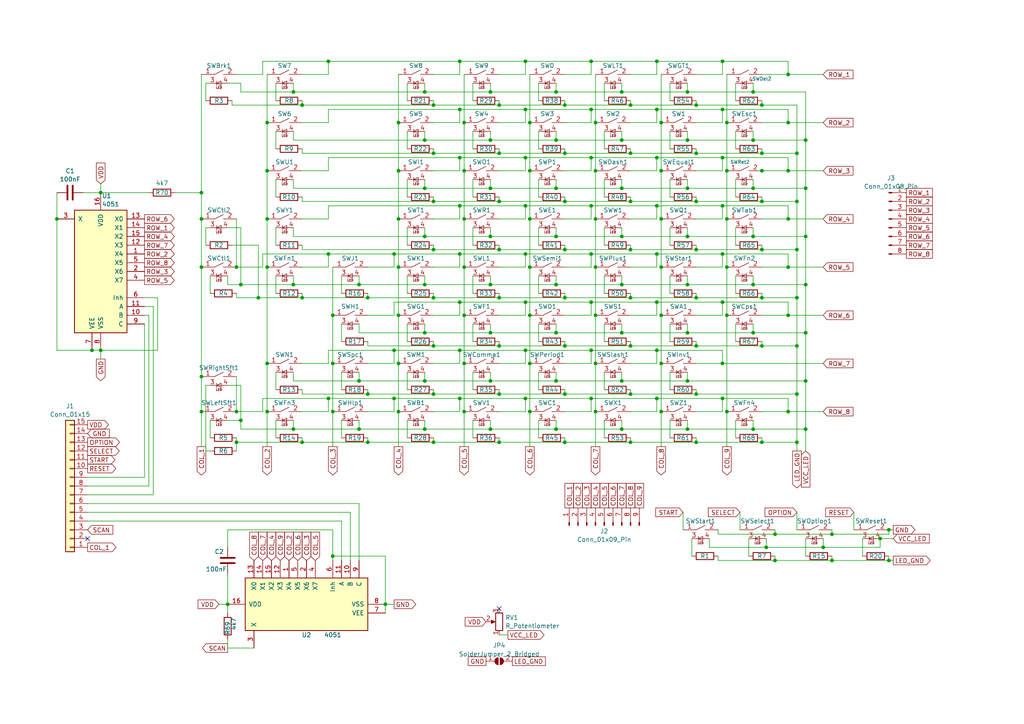
<source format=kicad_sch>
(kicad_sch (version 20250114) (generator "eeschema") (generator_version "9.0")
  (paper "A4")
  (title_block (title "Decent1200 keyboard") (date "2024-10-07") (rev "5") (company "Decent Consulting"))
  (junction (at 171.45 31.75))
  (junction (at 26.67 101.6))
  (junction (at 114.3 73.66))
  (junction (at 134.62 77.47))
  (junction (at 228.6 77.47))
  (junction (at 152.4 31.75))
  (junction (at 152.4 87.63))
  (junction (at 209.55 105.41))
  (junction (at 190.5 101.6))
  (junction (at 182.88 58.42))
  (junction (at 201.93 128.27))
  (junction (at 238.76 158.75))
  (junction (at 180.34 96.52))
  (junction (at 161.29 124.46))
  (junction (at 161.29 82.55))
  (junction (at 210.82 91.44))
  (junction (at 190.5 45.72))
  (junction (at 218.44 68.58))
  (junction (at 182.88 30.48))
  (junction (at 58.42 119.38))
  (junction (at 231.14 58.42))
  (junction (at 133.35 31.75))
  (junction (at 180.34 110.49))
  (junction (at 233.68 124.46))
  (junction (at 134.62 35.56))
  (junction (at 87.63 30.48))
  (junction (at 69.85 121.92))
  (junction (at 69.85 82.55))
  (junction (at 95.25 17.78))
  (junction (at 161.29 54.61))
  (junction (at 123.19 124.46))
  (junction (at 190.5 31.75))
  (junction (at 133.35 101.6))
  (junction (at 96.52 161.29))
  (junction (at 134.62 105.41))
  (junction (at 77.47 77.47))
  (junction (at 210.82 119.38))
  (junction (at 182.88 114.3))
  (junction (at 153.67 49.53))
  (junction (at 115.57 35.56))
  (junction (at 257.81 162.56))
  (junction (at 228.6 63.5))
  (junction (at 144.78 44.45))
  (junction (at 134.62 91.44))
  (junction (at 191.77 77.47))
  (junction (at 199.39 54.61))
  (junction (at 125.73 114.3))
  (junction (at 191.77 91.44))
  (junction (at 77.47 63.5))
  (junction (at 233.68 82.55))
  (junction (at 66.04 175.26))
  (junction (at 85.09 26.67))
  (junction (at 255.27 156.21))
  (junction (at 201.93 100.33))
  (junction (at 142.24 124.46))
  (junction (at 209.55 73.66))
  (junction (at 241.3 154.94))
  (junction (at 233.68 40.64))
  (junction (at 180.34 26.67))
  (junction (at 152.4 115.57))
  (junction (at 123.19 40.64))
  (junction (at 144.78 128.27))
  (junction (at 220.98 86.36))
  (junction (at 231.14 128.27))
  (junction (at 171.45 45.72))
  (junction (at 163.83 86.36))
  (junction (at 142.24 26.67))
  (junction (at 163.83 100.33))
  (junction (at 201.93 30.48))
  (junction (at 231.14 114.3))
  (junction (at 161.29 40.64))
  (junction (at 218.44 40.64))
  (junction (at 125.73 128.27))
  (junction (at 190.5 17.78))
  (junction (at 142.24 110.49))
  (junction (at 231.14 72.39))
  (junction (at 114.3 115.57))
  (junction (at 228.6 119.38))
  (junction (at 220.98 49.53))
  (junction (at 163.83 72.39))
  (junction (at 133.35 73.66))
  (junction (at 163.83 30.48))
  (junction (at 163.83 58.42))
  (junction (at 104.14 124.46))
  (junction (at 190.5 115.57))
  (junction (at 123.19 110.49))
  (junction (at 201.93 72.39))
  (junction (at 209.55 45.72))
  (junction (at 220.98 58.42))
  (junction (at 180.34 54.61))
  (junction (at 209.55 115.57))
  (junction (at 171.45 17.78))
  (junction (at 115.57 105.41))
  (junction (at 199.39 40.64))
  (junction (at 182.88 44.45))
  (junction (at 224.79 162.56))
  (junction (at 153.67 35.56))
  (junction (at 171.45 87.63))
  (junction (at 172.72 119.38))
  (junction (at 163.83 114.3))
  (junction (at 106.68 114.3))
  (junction (at 231.14 100.33))
  (junction (at 123.19 54.61))
  (junction (at 68.58 128.27))
  (junction (at 231.14 86.36))
  (junction (at 153.67 91.44))
  (junction (at 180.34 40.64))
  (junction (at 115.57 49.53))
  (junction (at 171.45 59.69))
  (junction (at 153.67 119.38))
  (junction (at 218.44 82.55))
  (junction (at 106.68 86.36))
  (junction (at 106.68 128.27))
  (junction (at 172.72 35.56))
  (junction (at 125.73 58.42))
  (junction (at 58.42 109.22))
  (junction (at 125.73 86.36))
  (junction (at 85.09 124.46))
  (junction (at 190.5 59.69))
  (junction (at 104.14 82.55))
  (junction (at 114.3 101.6))
  (junction (at 133.35 17.78))
  (junction (at 58.42 63.5))
  (junction (at 190.5 87.63))
  (junction (at 220.98 30.48))
  (junction (at 233.68 54.61))
  (junction (at 153.67 105.41))
  (junction (at 144.78 58.42))
  (junction (at 125.73 30.48))
  (junction (at 142.24 54.61))
  (junction (at 233.68 110.49))
  (junction (at 87.63 86.36))
  (junction (at 172.72 63.5))
  (junction (at 123.19 96.52))
  (junction (at 171.45 115.57))
  (junction (at 96.52 105.41))
  (junction (at 152.4 73.66))
  (junction (at 172.72 77.47))
  (junction (at 182.88 86.36))
  (junction (at 153.67 63.5))
  (junction (at 191.77 105.41))
  (junction (at 115.57 119.38))
  (junction (at 142.24 40.64))
  (junction (at 199.39 110.49))
  (junction (at 58.42 55.88))
  (junction (at 180.34 68.58))
  (junction (at 218.44 124.46))
  (junction (at 171.45 73.66))
  (junction (at 134.62 49.53))
  (junction (at 191.77 63.5))
  (junction (at 190.5 73.66))
  (junction (at 133.35 59.69))
  (junction (at 199.39 124.46))
  (junction (at 134.62 119.38))
  (junction (at 152.4 17.78))
  (junction (at 144.78 30.48))
  (junction (at 77.47 119.38))
  (junction (at 210.82 35.56))
  (junction (at 77.47 49.53))
  (junction (at 161.29 110.49))
  (junction (at 228.6 49.53))
  (junction (at 95.25 115.57))
  (junction (at 201.93 58.42))
  (junction (at 191.77 119.38))
  (junction (at 220.98 72.39))
  (junction (at 142.24 82.55))
  (junction (at 209.55 59.69))
  (junction (at 257.81 153.67))
  (junction (at 152.4 59.69))
  (junction (at 218.44 54.61))
  (junction (at 163.83 128.27))
  (junction (at 68.58 119.38))
  (junction (at 161.29 26.67))
  (junction (at 180.34 124.46))
  (junction (at 209.55 87.63))
  (junction (at 142.24 68.58))
  (junction (at 218.44 96.52))
  (junction (at 171.45 101.6))
  (junction (at 96.52 119.38))
  (junction (at 125.73 72.39))
  (junction (at 241.3 162.56))
  (junction (at 233.68 68.58))
  (junction (at 161.29 96.52))
  (junction (at 95.25 73.66))
  (junction (at 182.88 100.33))
  (junction (at 111.76 175.26))
  (junction (at 87.63 128.27))
  (junction (at 163.83 44.45))
  (junction (at 191.77 49.53))
  (junction (at 201.93 114.3))
  (junction (at 199.39 68.58))
  (junction (at 172.72 49.53))
  (junction (at 222.25 158.75))
  (junction (at 133.35 45.72))
  (junction (at 228.6 91.44))
  (junction (at 180.34 82.55))
  (junction (at 104.14 110.49))
  (junction (at 144.78 114.3))
  (junction (at 74.93 86.36))
  (junction (at 123.19 82.55))
  (junction (at 115.57 63.5))
  (junction (at 77.47 35.56))
  (junction (at 125.73 44.45))
  (junction (at 233.68 96.52))
  (junction (at 96.52 91.44))
  (junction (at 182.88 128.27))
  (junction (at 58.42 77.47))
  (junction (at 228.6 21.59))
  (junction (at 224.79 154.94))
  (junction (at 201.93 86.36))
  (junction (at 153.67 77.47))
  (junction (at 144.78 100.33))
  (junction (at 133.35 87.63))
  (junction (at 228.6 35.56))
  (junction (at 172.72 105.41))
  (junction (at 115.57 77.47))
  (junction (at 125.73 100.33))
  (junction (at 210.82 63.5))
  (junction (at 134.62 63.5))
  (junction (at 152.4 101.6))
  (junction (at 209.55 17.78))
  (junction (at 144.78 86.36))
  (junction (at 209.55 31.75))
  (junction (at 199.39 96.52))
  (junction (at 85.09 82.55))
  (junction (at 133.35 115.57))
  (junction (at 218.44 26.67))
  (junction (at 142.24 96.52))
  (junction (at 123.19 68.58))
  (junction (at 172.72 91.44))
  (junction (at 161.29 68.58))
  (junction (at 231.14 44.45))
  (junction (at 182.88 72.39))
  (junction (at 199.39 26.67))
  (junction (at 201.93 44.45))
  (junction (at 123.19 26.67))
  (junction (at 29.21 55.88))
  (junction (at 77.47 105.41))
  (junction (at 199.39 82.55))
  (junction (at 16.51 63.5))
  (junction (at 210.82 49.53))
  (junction (at 220.98 44.45))
  (junction (at 210.82 77.47))
  (junction (at 115.57 91.44))
  (junction (at 144.78 72.39))
  (junction (at 68.58 77.47))
  (junction (at 29.21 101.6))
  (junction (at 220.98 100.33))
  (junction (at 191.77 35.56))
  (junction (at 152.4 45.72))
  (junction (at 220.98 128.27))
  (no_connect (at 25.4 156.21))
  (no_connect (at 144.78 176.53))
  (wire (pts (xy 133.35 101.6) (xy 133.35 105.41)))
  (wire (pts (xy 199.39 54.61) (xy 218.44 54.61)))
  (wire (pts (xy 133.35 31.75) (xy 133.35 35.56)))
  (wire (pts (xy 182.88 77.47) (xy 190.5 77.47)))
  (wire (pts (xy 180.34 40.64) (xy 161.29 40.64)))
  (wire (pts (xy 66.04 166.37) (xy 66.04 175.26)))
  (wire (pts (xy 201.93 63.5) (xy 209.55 63.5)))
  (wire (pts (xy 125.73 58.42) (xy 125.73 57.15)))
  (wire (pts (xy 95.25 77.47) (xy 95.25 73.66)))
  (wire (pts (xy 233.68 96.52) (xy 233.68 110.49)))
  (wire (pts (xy 144.78 63.5) (xy 152.4 63.5)))
  (wire (pts (xy 201.93 49.53) (xy 209.55 49.53)))
  (wire (pts (xy 191.77 77.47) (xy 191.77 91.44)))
  (wire (pts (xy 114.3 115.57) (xy 133.35 115.57)))
  (wire (pts (xy 199.39 107.95) (xy 199.39 110.49)))
  (wire (pts (xy 209.55 59.69) (xy 209.55 63.5)))
  (wire (pts (xy 144.78 30.48) (xy 144.78 29.21)))
  (wire (pts (xy 209.55 115.57) (xy 209.55 119.38)))
  (wire (pts (xy 134.62 35.56) (xy 134.62 49.53)))
  (wire (pts (xy 172.72 105.41) (xy 172.72 119.38)))
  (wire (pts (xy 199.39 124.46) (xy 180.34 124.46)))
  (wire (pts (xy 218.44 54.61) (xy 218.44 52.07)))
  (wire (pts (xy 66.04 185.42) (xy 66.04 187.96)))
  (wire (pts (xy 44.45 143.51) (xy 25.4 143.51)))
  (wire (pts (xy 210.82 49.53) (xy 210.82 63.5)))
  (wire (pts (xy 201.93 91.44) (xy 209.55 91.44)))
  (wire (pts (xy 125.73 91.44) (xy 133.35 91.44)))
  (wire (pts (xy 182.88 21.59) (xy 190.5 21.59)))
  (wire (pts (xy 163.83 91.44) (xy 171.45 91.44)))
  (wire (pts (xy 201.93 128.27) (xy 201.93 127)))
  (wire (pts (xy 220.98 91.44) (xy 228.6 91.44)))
  (wire (pts (xy 99.06 107.95) (xy 99.06 113.03)))
  (wire (pts (xy 134.62 105.41) (xy 134.62 119.38)))
  (wire (pts (xy 125.73 114.3) (xy 125.73 113.03)))
  (wire (pts (xy 182.88 119.38) (xy 190.5 119.38)))
  (wire (pts (xy 163.83 72.39) (xy 163.83 71.12)))
  (wire (pts (xy 152.4 17.78) (xy 152.4 21.59)))
  (wire (pts (xy 16.51 55.88) (xy 16.51 63.5)))
  (wire (pts (xy 152.4 73.66) (xy 171.45 73.66)))
  (wire (pts (xy 228.6 87.63) (xy 228.6 91.44)))
  (wire (pts (xy 201.93 99.06) (xy 201.93 100.33)))
  (wire (pts (xy 182.88 100.33) (xy 163.83 100.33)))
  (wire (pts (xy 220.98 86.36) (xy 231.14 86.36)))
  (wire (pts (xy 142.24 110.49) (xy 123.19 110.49)))
  (wire (pts (xy 96.52 105.41) (xy 96.52 119.38)))
  (wire (pts (xy 194.31 24.13) (xy 194.31 29.21)))
  (wire (pts (xy 118.11 121.92) (xy 118.11 127)))
  (wire (pts (xy 41.91 86.36) (xy 45.72 86.36)))
  (wire (pts (xy 201.93 114.3) (xy 231.14 114.3)))
  (wire (pts (xy 175.26 80.01) (xy 175.26 85.09)))
  (wire (pts (xy 153.67 49.53) (xy 153.67 63.5)))
  (wire (pts (xy 80.01 38.1) (xy 80.01 43.18)))
  (wire (pts (xy 182.88 128.27) (xy 163.83 128.27)))
  (wire (pts (xy 218.44 121.92) (xy 218.44 124.46)))
  (wire (pts (xy 156.21 38.1) (xy 156.21 43.18)))
  (wire (pts (xy 180.34 66.04) (xy 180.34 68.58)))
  (wire (pts (xy 228.6 119.38) (xy 228.6 115.57)))
  (wire (pts (xy 257.81 162.56) (xy 241.3 162.56)))
  (wire (pts (xy 123.19 82.55) (xy 104.14 82.55)))
  (wire (pts (xy 228.6 17.78) (xy 228.6 21.59)))
  (wire (pts (xy 210.82 21.59) (xy 210.82 35.56)))
  (wire (pts (xy 144.78 35.56) (xy 152.4 35.56)))
  (wire (pts (xy 144.78 49.53) (xy 152.4 49.53)))
  (wire (pts (xy 152.4 31.75) (xy 152.4 35.56)))
  (wire (pts (xy 231.14 128.27) (xy 231.14 130.81)))
  (wire (pts (xy 182.88 58.42) (xy 182.88 57.15)))
  (wire (pts (xy 134.62 49.53) (xy 134.62 63.5)))
  (wire (pts (xy 152.4 59.69) (xy 171.45 59.69)))
  (wire (pts (xy 208.28 162.56) (xy 208.28 161.29)))
  (wire (pts (xy 142.24 124.46) (xy 123.19 124.46)))
  (wire (pts (xy 190.5 115.57) (xy 209.55 115.57)))
  (wire (pts (xy 68.58 127) (xy 68.58 128.27)))
  (wire (pts (xy 76.2 115.57) (xy 95.25 115.57)))
  (wire (pts (xy 125.73 44.45) (xy 87.63 44.45)))
  (wire (pts (xy 182.88 114.3) (xy 163.83 114.3)))
  (wire (pts (xy 208.28 154.94) (xy 208.28 153.67)))
  (wire (pts (xy 74.93 86.36) (xy 87.63 86.36)))
  (wire (pts (xy 257.81 161.29) (xy 257.81 162.56)))
  (wire (pts (xy 125.73 105.41) (xy 133.35 105.41)))
  (wire (pts (xy 209.55 17.78) (xy 209.55 21.59)))
  (wire (pts (xy 228.6 49.53) (xy 238.76 49.53)))
  (wire (pts (xy 182.88 86.36) (xy 201.93 86.36)))
  (wire (pts (xy 142.24 68.58) (xy 123.19 68.58)))
  (wire (pts (xy 58.42 21.59) (xy 58.42 55.88)))
  (wire (pts (xy 144.78 21.59) (xy 152.4 21.59)))
  (wire (pts (xy 175.26 24.13) (xy 175.26 29.21)))
  (wire (pts (xy 220.98 63.5) (xy 228.6 63.5)))
  (wire (pts (xy 163.83 114.3) (xy 163.83 113.03)))
  (wire (pts (xy 125.73 63.5) (xy 133.35 63.5)))
  (wire (pts (xy 171.45 45.72) (xy 171.45 49.53)))
  (wire (pts (xy 190.5 101.6) (xy 190.5 105.41)))
  (wire (pts (xy 80.01 107.95) (xy 80.01 113.03)))
  (wire (pts (xy 29.21 53.34) (xy 29.21 55.88)))
  (wire (pts (xy 171.45 31.75) (xy 190.5 31.75)))
  (wire (pts (xy 171.45 115.57) (xy 171.45 119.38)))
  (wire (pts (xy 85.09 26.67) (xy 123.19 26.67)))
  (wire (pts (xy 142.24 40.64) (xy 142.24 38.1)))
  (wire (pts (xy 24.13 55.88) (xy 29.21 55.88)))
  (wire (pts (xy 144.78 72.39) (xy 144.78 71.12)))
  (wire (pts (xy 45.72 101.6) (xy 29.21 101.6)))
  (wire (pts (xy 163.83 128.27) (xy 163.83 127)))
  (wire (pts (xy 194.31 80.01) (xy 194.31 85.09)))
  (wire (pts (xy 144.78 58.42) (xy 144.78 57.15)))
  (wire (pts (xy 68.58 77.47) (xy 76.2 77.47)))
  (wire (pts (xy 191.77 35.56) (xy 191.77 49.53)))
  (wire (pts (xy 171.45 17.78) (xy 190.5 17.78)))
  (wire (pts (xy 163.83 72.39) (xy 144.78 72.39)))
  (wire (pts (xy 68.58 86.36) (xy 74.93 86.36)))
  (wire (pts (xy 133.35 45.72) (xy 152.4 45.72)))
  (wire (pts (xy 171.45 73.66) (xy 171.45 77.47)))
  (wire (pts (xy 180.34 26.67) (xy 161.29 26.67)))
  (wire (pts (xy 163.83 77.47) (xy 171.45 77.47)))
  (wire (pts (xy 171.45 31.75) (xy 171.45 35.56)))
  (wire (pts (xy 95.25 119.38) (xy 95.25 115.57)))
  (wire (pts (xy 142.24 54.61) (xy 142.24 52.07)))
  (wire (pts (xy 77.47 119.38) (xy 77.47 129.54)))
  (wire (pts (xy 199.39 26.67) (xy 180.34 26.67)))
  (wire (pts (xy 161.29 124.46) (xy 142.24 124.46)))
  (wire (pts (xy 163.83 58.42) (xy 182.88 58.42)))
  (wire (pts (xy 163.83 44.45) (xy 182.88 44.45)))
  (wire (pts (xy 209.55 101.6) (xy 209.55 105.41)))
  (wire (pts (xy 152.4 31.75) (xy 171.45 31.75)))
  (wire (pts (xy 171.45 45.72) (xy 190.5 45.72)))
  (wire (pts (xy 209.55 73.66) (xy 228.6 73.66)))
  (wire (pts (xy 104.14 146.05) (xy 104.14 162.56)))
  (wire (pts (xy 156.21 80.01) (xy 156.21 85.09)))
  (wire (pts (xy 85.09 110.49) (xy 85.09 107.95)))
  (wire (pts (xy 99.06 93.98) (xy 99.06 99.06)))
  (wire (pts (xy 172.72 35.56) (xy 172.72 49.53)))
  (wire (pts (xy 161.29 96.52) (xy 161.29 93.98)))
  (wire (pts (xy 106.68 114.3) (xy 106.68 113.03)))
  (wire (pts (xy 68.58 85.09) (xy 68.58 86.36)))
  (wire (pts (xy 190.5 45.72) (xy 190.5 49.53)))
  (wire (pts (xy 194.31 107.95) (xy 194.31 113.03)))
  (wire (pts (xy 95.25 31.75) (xy 133.35 31.75)))
  (wire (pts (xy 144.78 128.27) (xy 125.73 128.27)))
  (wire (pts (xy 233.68 26.67) (xy 233.68 40.64)))
  (wire (pts (xy 123.19 124.46) (xy 104.14 124.46)))
  (wire (pts (xy 161.29 40.64) (xy 161.29 38.1)))
  (wire (pts (xy 68.58 63.5) (xy 68.58 77.47)))
  (wire (pts (xy 228.6 73.66) (xy 228.6 77.47)))
  (wire (pts (xy 182.88 35.56) (xy 190.5 35.56)))
  (wire (pts (xy 104.14 110.49) (xy 104.14 107.95)))
  (wire (pts (xy 218.44 26.67) (xy 218.44 24.13)))
  (wire (pts (xy 106.68 128.27) (xy 87.63 128.27)))
  (wire (pts (xy 190.5 17.78) (xy 190.5 21.59)))
  (wire (pts (xy 118.11 24.13) (xy 118.11 29.21)))
  (wire (pts (xy 220.98 128.27) (xy 201.93 128.27)))
  (wire (pts (xy 190.5 87.63) (xy 209.55 87.63)))
  (wire (pts (xy 201.93 58.42) (xy 201.93 57.15)))
  (wire (pts (xy 144.78 114.3) (xy 144.78 113.03)))
  (wire (pts (xy 199.39 110.49) (xy 180.34 110.49)))
  (wire (pts (xy 190.5 73.66) (xy 190.5 77.47)))
  (wire (pts (xy 156.21 93.98) (xy 156.21 99.06)))
  (wire (pts (xy 238.76 105.41) (xy 209.55 105.41)))
  (wire (pts (xy 224.79 153.67) (xy 224.79 154.94)))
  (wire (pts (xy 228.6 31.75) (xy 228.6 35.56)))
  (wire (pts (xy 201.93 72.39) (xy 201.93 71.12)))
  (wire (pts (xy 68.58 128.27) (xy 87.63 128.27)))
  (wire (pts (xy 180.34 80.01) (xy 180.34 82.55)))
  (wire (pts (xy 201.93 35.56) (xy 209.55 35.56)))
  (wire (pts (xy 66.04 153.67) (xy 96.52 153.67)))
  (wire (pts (xy 66.04 66.04) (xy 69.85 66.04)))
  (wire (pts (xy 161.29 96.52) (xy 142.24 96.52)))
  (wire (pts (xy 87.63 57.15) (xy 87.63 58.42)))
  (wire (pts (xy 152.4 101.6) (xy 171.45 101.6)))
  (wire (pts (xy 134.62 63.5) (xy 134.62 77.47)))
  (wire (pts (xy 133.35 115.57) (xy 133.35 119.38)))
  (wire (pts (xy 161.29 124.46) (xy 161.29 121.92)))
  (wire (pts (xy 199.39 96.52) (xy 218.44 96.52)))
  (wire (pts (xy 144.78 72.39) (xy 125.73 72.39)))
  (wire (pts (xy 142.24 68.58) (xy 142.24 66.04)))
  (wire (pts (xy 58.42 55.88) (xy 58.42 63.5)))
  (wire (pts (xy 213.36 66.04) (xy 213.36 71.12)))
  (wire (pts (xy 87.63 21.59) (xy 95.25 21.59)))
  (wire (pts (xy 210.82 63.5) (xy 210.82 77.47)))
  (wire (pts (xy 87.63 72.39) (xy 87.63 71.12)))
  (wire (pts (xy 96.52 91.44) (xy 96.52 105.41)))
  (wire (pts (xy 218.44 68.58) (xy 218.44 66.04)))
  (wire (pts (xy 199.39 110.49) (xy 233.68 110.49)))
  (wire (pts (xy 182.88 58.42) (xy 201.93 58.42)))
  (wire (pts (xy 144.78 44.45) (xy 163.83 44.45)))
  (wire (pts (xy 250.19 156.21) (xy 250.19 161.29)))
  (wire (pts (xy 161.29 40.64) (xy 142.24 40.64)))
  (wire (pts (xy 218.44 54.61) (xy 233.68 54.61)))
  (wire (pts (xy 257.81 154.94) (xy 241.3 154.94)))
  (wire (pts (xy 191.77 63.5) (xy 191.77 77.47)))
  (wire (pts (xy 125.73 44.45) (xy 125.73 43.18)))
  (wire (pts (xy 87.63 30.48) (xy 87.63 29.21)))
  (wire (pts (xy 144.78 128.27) (xy 144.78 127)))
  (wire (pts (xy 104.14 124.46) (xy 85.09 124.46)))
  (wire (pts (xy 134.62 91.44) (xy 134.62 105.41)))
  (wire (pts (xy 191.77 105.41) (xy 191.77 119.38)))
  (wire (pts (xy 58.42 109.22) (xy 58.42 119.38)))
  (wire (pts (xy 87.63 30.48) (xy 125.73 30.48)))
  (wire (pts (xy 95.25 105.41) (xy 95.25 101.6)))
  (wire (pts (xy 152.4 115.57) (xy 152.4 119.38)))
  (wire (pts (xy 77.47 21.59) (xy 77.47 35.56)))
  (wire (pts (xy 220.98 43.18) (xy 220.98 44.45)))
  (wire (pts (xy 180.34 82.55) (xy 161.29 82.55)))
  (wire (pts (xy 161.29 54.61) (xy 142.24 54.61)))
  (wire (pts (xy 106.68 119.38) (xy 114.3 119.38)))
  (wire (pts (xy 123.19 82.55) (xy 123.19 80.01)))
  (wire (pts (xy 142.24 26.67) (xy 123.19 26.67)))
  (wire (pts (xy 182.88 100.33) (xy 201.93 100.33)))
  (wire (pts (xy 96.52 162.56) (xy 96.52 161.29)))
  (wire (pts (xy 80.01 52.07) (xy 80.01 57.15)))
  (wire (pts (xy 106.68 77.47) (xy 114.3 77.47)))
  (wire (pts (xy 60.96 66.04) (xy 59.69 66.04)))
  (wire (pts (xy 133.35 59.69) (xy 133.35 63.5)))
  (wire (pts (xy 106.68 86.36) (xy 87.63 86.36)))
  (wire (pts (xy 190.5 45.72) (xy 209.55 45.72)))
  (wire (pts (xy 125.73 114.3) (xy 106.68 114.3)))
  (wire (pts (xy 80.01 24.13) (xy 80.01 29.21)))
  (wire (pts (xy 123.19 26.67) (xy 123.19 24.13)))
  (wire (pts (xy 218.44 26.67) (xy 233.68 26.67)))
  (wire (pts (xy 115.57 91.44) (xy 115.57 105.41)))
  (wire (pts (xy 163.83 63.5) (xy 171.45 63.5)))
  (wire (pts (xy 213.36 80.01) (xy 213.36 85.09)))
  (wire (pts (xy 217.17 156.21) (xy 217.17 161.29)))
  (wire (pts (xy 95.25 17.78) (xy 133.35 17.78)))
  (wire (pts (xy 144.78 30.48) (xy 125.73 30.48)))
  (wire (pts (xy 114.3 115.57) (xy 114.3 119.38)))
  (wire (pts (xy 106.68 128.27) (xy 106.68 127)))
  (wire (pts (xy 163.83 128.27) (xy 144.78 128.27)))
  (wire (pts (xy 182.88 105.41) (xy 190.5 105.41)))
  (wire (pts (xy 220.98 77.47) (xy 228.6 77.47)))
  (wire (pts (xy 85.09 68.58) (xy 85.09 66.04)))
  (wire (pts (xy 77.47 77.47) (xy 77.47 105.41)))
  (wire (pts (xy 152.4 87.63) (xy 171.45 87.63)))
  (wire (pts (xy 67.31 71.12) (xy 74.93 71.12)))
  (wire (pts (xy 218.44 40.64) (xy 233.68 40.64)))
  (wire (pts (xy 210.82 35.56) (xy 210.82 49.53)))
  (wire (pts (xy 87.63 49.53) (xy 95.25 49.53)))
  (wire (pts (xy 104.14 82.55) (xy 104.14 80.01)))
  (wire (pts (xy 156.21 121.92) (xy 156.21 127)))
  (wire (pts (xy 133.35 101.6) (xy 152.4 101.6)))
  (wire (pts (xy 118.11 66.04) (xy 118.11 71.12)))
  (wire (pts (xy 115.57 77.47) (xy 115.57 91.44)))
  (wire (pts (xy 69.85 82.55) (xy 85.09 82.55)))
  (wire (pts (xy 199.39 68.58) (xy 199.39 66.04)))
  (wire (pts (xy 218.44 80.01) (xy 218.44 82.55)))
  (wire (pts (xy 85.09 124.46) (xy 85.09 121.92)))
  (wire (pts (xy 257.81 153.67) (xy 257.81 154.94)))
  (wire (pts (xy 153.67 119.38) (xy 153.67 129.54)))
  (wire (pts (xy 199.39 93.98) (xy 199.39 96.52)))
  (wire (pts (xy 152.4 73.66) (xy 152.4 77.47)))
  (wire (pts (xy 123.19 96.52) (xy 123.19 93.98)))
  (wire (pts (xy 133.35 45.72) (xy 133.35 49.53)))
  (wire (pts (xy 180.34 93.98) (xy 180.34 96.52)))
  (wire (pts (xy 201.93 77.47) (xy 209.55 77.47)))
  (wire (pts (xy 222.25 156.21) (xy 222.25 158.75)))
  (wire (pts (xy 144.78 43.18) (xy 144.78 44.45)))
  (wire (pts (xy 220.98 58.42) (xy 231.14 58.42)))
  (wire (pts (xy 123.19 124.46) (xy 123.19 121.92)))
  (wire (pts (xy 60.96 80.01) (xy 60.96 85.09)))
  (wire (pts (xy 191.77 21.59) (xy 191.77 35.56)))
  (wire (pts (xy 180.34 68.58) (xy 161.29 68.58)))
  (wire (pts (xy 182.88 44.45) (xy 182.88 43.18)))
  (wire (pts (xy 125.73 100.33) (xy 125.73 99.06)))
  (wire (pts (xy 163.83 100.33) (xy 163.83 99.06)))
  (wire (pts (xy 238.76 158.75) (xy 255.27 158.75)))
  (wire (pts (xy 125.73 77.47) (xy 133.35 77.47)))
  (wire (pts (xy 87.63 44.45) (xy 87.63 43.18)))
  (wire (pts (xy 190.5 115.57) (xy 190.5 119.38)))
  (wire (pts (xy 80.01 121.92) (xy 80.01 127)))
  (wire (pts (xy 209.55 115.57) (xy 228.6 115.57)))
  (wire (pts (xy 137.16 80.01) (xy 137.16 85.09)))
  (wire (pts (xy 199.39 26.67) (xy 199.39 24.13)))
  (wire (pts (xy 123.19 68.58) (xy 123.19 66.04)))
  (wire (pts (xy 194.31 121.92) (xy 194.31 127)))
  (wire (pts (xy 171.45 17.78) (xy 171.45 21.59)))
  (wire (pts (xy 69.85 121.92) (xy 69.85 124.46)))
  (wire (pts (xy 104.14 96.52) (xy 104.14 93.98)))
  (wire (pts (xy 213.36 38.1) (xy 213.36 43.18)))
  (wire (pts (xy 190.5 73.66) (xy 209.55 73.66)))
  (wire (pts (xy 163.83 114.3) (xy 144.78 114.3)))
  (wire (pts (xy 201.93 86.36) (xy 220.98 86.36)))
  (wire (pts (xy 99.06 121.92) (xy 99.06 127)))
  (wire (pts (xy 106.68 100.33) (xy 106.68 99.06)))
  (wire (pts (xy 87.63 86.36) (xy 87.63 85.09)))
  (wire (pts (xy 190.5 101.6) (xy 209.55 101.6)))
  (wire (pts (xy 95.25 35.56) (xy 95.25 31.75)))
  (wire (pts (xy 163.83 30.48) (xy 144.78 30.48)))
  (wire (pts (xy 69.85 111.76) (xy 69.85 121.92)))
  (wire (pts (xy 201.93 100.33) (xy 220.98 100.33)))
  (wire (pts (xy 43.18 91.44) (xy 43.18 140.97)))
  (wire (pts (xy 194.31 93.98) (xy 194.31 99.06)))
  (wire (pts (xy 123.19 110.49) (xy 123.19 107.95)))
  (wire (pts (xy 163.83 119.38) (xy 171.45 119.38)))
  (wire (pts (xy 29.21 101.6) (xy 29.21 104.14)))
  (wire (pts (xy 58.42 119.38) (xy 58.42 129.54)))
  (wire (pts (xy 231.14 100.33) (xy 231.14 114.3)))
  (wire (pts (xy 87.63 77.47) (xy 95.25 77.47)))
  (wire (pts (xy 106.68 105.41) (xy 114.3 105.41)))
  (wire (pts (xy 199.39 82.55) (xy 218.44 82.55)))
  (wire (pts (xy 152.4 101.6) (xy 152.4 105.41)))
  (wire (pts (xy 134.62 21.59) (xy 134.62 35.56)))
  (wire (pts (xy 104.14 146.05) (xy 25.4 146.05)))
  (wire (pts (xy 220.98 100.33) (xy 231.14 100.33)))
  (wire (pts (xy 156.21 52.07) (xy 156.21 57.15)))
  (wire (pts (xy 191.77 119.38) (xy 191.77 129.54)))
  (wire (pts (xy 153.67 63.5) (xy 153.67 77.47)))
  (wire (pts (xy 68.58 119.38) (xy 76.2 119.38)))
  (wire (pts (xy 163.83 100.33) (xy 144.78 100.33)))
  (wire (pts (xy 133.35 73.66) (xy 133.35 77.47)))
  (wire (pts (xy 199.39 54.61) (xy 180.34 54.61)))
  (wire (pts (xy 172.72 119.38) (xy 172.72 129.54)))
  (wire (pts (xy 233.68 110.49) (xy 233.68 124.46)))
  (wire (pts (xy 111.76 161.29) (xy 111.76 175.26)))
  (wire (pts (xy 180.34 96.52) (xy 199.39 96.52)))
  (wire (pts (xy 87.63 63.5) (xy 95.25 63.5)))
  (wire (pts (xy 156.21 24.13) (xy 156.21 29.21)))
  (wire (pts (xy 153.67 21.59) (xy 153.67 35.56)))
  (wire (pts (xy 96.52 153.67) (xy 96.52 161.29)))
  (wire (pts (xy 161.29 82.55) (xy 142.24 82.55)))
  (wire (pts (xy 142.24 96.52) (xy 123.19 96.52)))
  (wire (pts (xy 182.88 85.09) (xy 182.88 86.36)))
  (wire (pts (xy 209.55 31.75) (xy 209.55 35.56)))
  (wire (pts (xy 199.39 40.64) (xy 218.44 40.64)))
  (wire (pts (xy 213.36 24.13) (xy 213.36 29.21)))
  (wire (pts (xy 95.25 59.69) (xy 133.35 59.69)))
  (wire (pts (xy 220.98 44.45) (xy 201.93 44.45)))
  (wire (pts (xy 201.93 85.09) (xy 201.93 86.36)))
  (wire (pts (xy 228.6 21.59) (xy 238.76 21.59)))
  (wire (pts (xy 213.36 121.92) (xy 213.36 127)))
  (wire (pts (xy 153.67 91.44) (xy 153.67 105.41)))
  (wire (pts (xy 16.51 101.6) (xy 26.67 101.6)))
  (wire (pts (xy 182.88 44.45) (xy 201.93 44.45)))
  (wire (pts (xy 201.93 105.41) (xy 209.55 105.41)))
  (wire (pts (xy 123.19 68.58) (xy 85.09 68.58)))
  (wire (pts (xy 125.73 119.38) (xy 133.35 119.38)))
  (wire (pts (xy 66.04 80.01) (xy 66.04 82.55)))
  (wire (pts (xy 85.09 40.64) (xy 85.09 38.1)))
  (wire (pts (xy 76.2 21.59) (xy 76.2 17.78)))
  (wire (pts (xy 114.3 101.6) (xy 133.35 101.6)))
  (wire (pts (xy 144.78 105.41) (xy 152.4 105.41)))
  (wire (pts (xy 87.63 119.38) (xy 95.25 119.38)))
  (wire (pts (xy 123.19 110.49) (xy 104.14 110.49)))
  (wire (pts (xy 134.62 77.47) (xy 134.62 91.44)))
  (wire (pts (xy 199.39 124.46) (xy 218.44 124.46)))
  (wire (pts (xy 60.96 111.76) (xy 59.69 111.76)))
  (wire (pts (xy 125.73 30.48) (xy 125.73 29.21)))
  (wire (pts (xy 194.31 52.07) (xy 194.31 57.15)))
  (wire (pts (xy 224.79 154.94) (xy 241.3 154.94)))
  (wire (pts (xy 161.29 26.67) (xy 142.24 26.67)))
  (wire (pts (xy 115.57 105.41) (xy 115.57 119.38)))
  (wire (pts (xy 200.66 156.21) (xy 200.66 161.29)))
  (wire (pts (xy 142.24 26.67) (xy 142.24 24.13)))
  (wire (pts (xy 199.39 68.58) (xy 218.44 68.58)))
  (wire (pts (xy 172.72 63.5) (xy 172.72 77.47)))
  (wire (pts (xy 171.45 59.69) (xy 171.45 63.5)))
  (wire (pts (xy 76.2 17.78) (xy 95.25 17.78)))
  (wire (pts (xy 144.78 44.45) (xy 125.73 44.45)))
  (wire (pts (xy 191.77 91.44) (xy 191.77 105.41)))
  (wire (pts (xy 163.83 21.59) (xy 171.45 21.59)))
  (wire (pts (xy 114.3 91.44) (xy 114.3 87.63)))
  (wire (pts (xy 152.4 115.57) (xy 171.45 115.57)))
  (wire (pts (xy 214.63 148.59) (xy 214.63 153.67)))
  (wire (pts (xy 180.34 110.49) (xy 161.29 110.49)))
  (wire (pts (xy 115.57 63.5) (xy 115.57 77.47)))
  (wire (pts (xy 190.5 59.69) (xy 190.5 63.5)))
  (wire (pts (xy 29.21 55.88) (xy 43.18 55.88)))
  (wire (pts (xy 220.98 72.39) (xy 231.14 72.39)))
  (wire (pts (xy 144.78 77.47) (xy 152.4 77.47)))
  (wire (pts (xy 182.88 49.53) (xy 190.5 49.53)))
  (wire (pts (xy 210.82 119.38) (xy 210.82 129.54)))
  (wire (pts (xy 224.79 162.56) (xy 224.79 161.29)))
  (wire (pts (xy 161.29 26.67) (xy 161.29 24.13)))
  (wire (pts (xy 95.25 63.5) (xy 95.25 59.69)))
  (wire (pts (xy 50.8 55.88) (xy 58.42 55.88)))
  (wire (pts (xy 213.36 52.07) (xy 213.36 57.15)))
  (wire (pts (xy 111.76 175.26) (xy 111.76 177.8)))
  (wire (pts (xy 152.4 45.72) (xy 171.45 45.72)))
  (wire (pts (xy 231.14 30.48) (xy 231.14 44.45)))
  (wire (pts (xy 220.98 100.33) (xy 220.98 99.06)))
  (wire (pts (xy 233.68 68.58) (xy 233.68 82.55)))
  (wire (pts (xy 199.39 38.1) (xy 199.39 40.64)))
  (wire (pts (xy 69.85 26.67) (xy 69.85 24.13)))
  (wire (pts (xy 142.24 54.61) (xy 123.19 54.61)))
  (wire (pts (xy 180.34 40.64) (xy 180.34 38.1)))
  (wire (pts (xy 41.91 138.43) (xy 25.4 138.43)))
  (wire (pts (xy 111.76 175.26) (xy 114.3 175.26)))
  (wire (pts (xy 255.27 158.75) (xy 255.27 156.21)))
  (wire (pts (xy 171.45 101.6) (xy 171.45 105.41)))
  (wire (pts (xy 161.29 110.49) (xy 142.24 110.49)))
  (wire (pts (xy 224.79 162.56) (xy 208.28 162.56)))
  (wire (pts (xy 231.14 114.3) (xy 231.14 128.27)))
  (wire (pts (xy 201.93 58.42) (xy 220.98 58.42)))
  (wire (pts (xy 133.35 115.57) (xy 152.4 115.57)))
  (wire (pts (xy 118.11 38.1) (xy 118.11 43.18)))
  (wire (pts (xy 180.34 82.55) (xy 199.39 82.55)))
  (wire (pts (xy 175.26 66.04) (xy 175.26 71.12)))
  (wire (pts (xy 231.14 148.59) (xy 231.14 153.67)))
  (wire (pts (xy 182.88 29.21) (xy 182.88 30.48)))
  (wire (pts (xy 228.6 63.5) (xy 238.76 63.5)))
  (wire (pts (xy 210.82 91.44) (xy 210.82 119.38)))
  (wire (pts (xy 231.14 58.42) (xy 231.14 72.39)))
  (wire (pts (xy 59.69 111.76) (xy 59.69 130.81)))
  (wire (pts (xy 190.5 17.78) (xy 209.55 17.78)))
  (wire (pts (xy 233.68 40.64) (xy 233.68 54.61)))
  (wire (pts (xy 218.44 96.52) (xy 233.68 96.52)))
  (wire (pts (xy 95.25 101.6) (xy 114.3 101.6)))
  (wire (pts (xy 123.19 96.52) (xy 104.14 96.52)))
  (wire (pts (xy 257.81 153.67) (xy 259.08 153.67)))
  (wire (pts (xy 123.19 54.61) (xy 123.19 52.07)))
  (wire (pts (xy 231.14 86.36) (xy 231.14 100.33)))
  (wire (pts (xy 228.6 77.47) (xy 238.76 77.47)))
  (wire (pts (xy 142.24 82.55) (xy 142.24 80.01)))
  (wire (pts (xy 142.24 40.64) (xy 123.19 40.64)))
  (wire (pts (xy 106.68 114.3) (xy 87.63 114.3)))
  (wire (pts (xy 180.34 68.58) (xy 199.39 68.58)))
  (wire (pts (xy 199.39 40.64) (xy 180.34 40.64)))
  (wire (pts (xy 96.52 161.29) (xy 111.76 161.29)))
  (wire (pts (xy 152.4 87.63) (xy 152.4 91.44)))
  (wire (pts (xy 220.98 44.45) (xy 231.14 44.45)))
  (wire (pts (xy 218.44 40.64) (xy 218.44 38.1)))
  (wire (pts (xy 208.28 154.94) (xy 224.79 154.94)))
  (wire (pts (xy 209.55 45.72) (xy 228.6 45.72)))
  (wire (pts (xy 194.31 38.1) (xy 194.31 43.18)))
  (wire (pts (xy 219.71 49.53) (xy 220.98 49.53)))
  (wire (pts (xy 220.98 119.38) (xy 228.6 119.38)))
  (wire (pts (xy 247.65 148.59) (xy 247.65 153.67)))
  (wire (pts (xy 144.78 100.33) (xy 144.78 99.06)))
  (wire (pts (xy 171.45 73.66) (xy 190.5 73.66)))
  (wire (pts (xy 238.76 156.21) (xy 238.76 158.75)))
  (wire (pts (xy 182.88 72.39) (xy 163.83 72.39)))
  (wire (pts (xy 220.98 30.48) (xy 231.14 30.48)))
  (wire (pts (xy 87.63 58.42) (xy 125.73 58.42)))
  (wire (pts (xy 218.44 26.67) (xy 199.39 26.67)))
  (wire (pts (xy 125.73 72.39) (xy 125.73 71.12)))
  (wire (pts (xy 134.62 119.38) (xy 134.62 129.54)))
  (wire (pts (xy 205.74 156.21) (xy 205.74 158.75)))
  (wire (pts (xy 220.98 85.09) (xy 220.98 86.36)))
  (wire (pts (xy 87.63 35.56) (xy 95.25 35.56)))
  (wire (pts (xy 104.14 124.46) (xy 104.14 121.92)))
  (wire (pts (xy 104.14 110.49) (xy 85.09 110.49)))
  (wire (pts (xy 241.3 162.56) (xy 241.3 161.29)))
  (wire (pts (xy 66.04 121.92) (xy 69.85 121.92)))
  (wire (pts (xy 152.4 59.69) (xy 152.4 63.5)))
  (wire (pts (xy 77.47 35.56) (xy 77.47 49.53)))
  (wire (pts (xy 218.44 82.55) (xy 233.68 82.55)))
  (wire (pts (xy 228.6 35.56) (xy 238.76 35.56)))
  (wire (pts (xy 213.36 93.98) (xy 213.36 99.06)))
  (wire (pts (xy 142.24 96.52) (xy 142.24 93.98)))
  (wire (pts (xy 133.35 87.63) (xy 133.35 91.44)))
  (wire (pts (xy 156.21 107.95) (xy 156.21 113.03)))
  (wire (pts (xy 152.4 45.72) (xy 152.4 49.53)))
  (wire (pts (xy 66.04 158.75) (xy 66.04 153.67)))
  (wire (pts (xy 125.73 100.33) (xy 106.68 100.33)))
  (wire (pts (xy 95.25 49.53) (xy 95.25 45.72)))
  (wire (pts (xy 209.55 45.72) (xy 209.55 49.53)))
  (wire (pts (xy 257.81 162.56) (xy 259.08 162.56)))
  (wire (pts (xy 171.45 87.63) (xy 171.45 91.44)))
  (wire (pts (xy 114.3 101.6) (xy 114.3 105.41)))
  (wire (pts (xy 144.78 119.38) (xy 152.4 119.38)))
  (wire (pts (xy 220.98 30.48) (xy 220.98 29.21)))
  (wire (pts (xy 137.16 93.98) (xy 137.16 99.06)))
  (wire (pts (xy 68.58 21.59) (xy 76.2 21.59)))
  (wire (pts (xy 190.5 31.75) (xy 209.55 31.75)))
  (wire (pts (xy 201.93 72.39) (xy 220.98 72.39)))
  (wire (pts (xy 41.91 93.98) (xy 41.91 138.43)))
  (wire (pts (xy 63.5 175.26) (xy 66.04 175.26)))
  (wire (pts (xy 233.68 156.21) (xy 233.68 161.29)))
  (wire (pts (xy 66.04 82.55) (xy 69.85 82.55)))
  (wire (pts (xy 60.96 121.92) (xy 60.96 127)))
  (wire (pts (xy 175.26 107.95) (xy 175.26 113.03)))
  (wire (pts (xy 182.88 63.5) (xy 190.5 63.5)))
  (wire (pts (xy 180.34 124.46) (xy 161.29 124.46)))
  (wire (pts (xy 142.24 124.46) (xy 142.24 121.92)))
  (wire (pts (xy 85.09 54.61) (xy 85.09 52.07)))
  (wire (pts (xy 104.14 82.55) (xy 85.09 82.55)))
  (wire (pts (xy 182.88 114.3) (xy 201.93 114.3)))
  (wire (pts (xy 222.25 158.75) (xy 238.76 158.75)))
  (wire (pts (xy 69.85 26.67) (xy 85.09 26.67)))
  (wire (pts (xy 241.3 162.56) (xy 224.79 162.56)))
  (wire (pts (xy 163.83 29.21) (xy 163.83 30.48)))
  (wire (pts (xy 123.19 54.61) (xy 85.09 54.61)))
  (wire (pts (xy 220.98 58.42) (xy 220.98 57.15)))
  (wire (pts (xy 163.83 105.41) (xy 171.45 105.41)))
  (wire (pts (xy 115.57 21.59) (xy 115.57 35.56)))
  (wire (pts (xy 142.24 110.49) (xy 142.24 107.95)))
  (wire (pts (xy 180.34 54.61) (xy 161.29 54.61)))
  (wire (pts (xy 209.55 31.75) (xy 228.6 31.75)))
  (wire (pts (xy 241.3 154.94) (xy 241.3 153.67)))
  (wire (pts (xy 153.67 35.56) (xy 153.67 49.53)))
  (wire (pts (xy 163.83 58.42) (xy 163.83 57.15)))
  (wire (pts (xy 205.74 158.75) (xy 222.25 158.75)))
  (wire (pts (xy 156.21 66.04) (xy 156.21 71.12)))
  (wire (pts (xy 58.42 77.47) (xy 58.42 109.22)))
  (wire (pts (xy 220.98 35.56) (xy 228.6 35.56)))
  (wire (pts (xy 66.04 187.96) (xy 73.66 187.96)))
  (wire (pts (xy 60.96 24.13) (xy 59.69 24.13)))
  (wire (pts (xy 182.88 86.36) (xy 163.83 86.36)))
  (wire (pts (xy 41.91 91.44) (xy 43.18 91.44)))
  (wire (pts (xy 101.6 148.59) (xy 101.6 162.56)))
  (wire (pts (xy 125.73 35.56) (xy 133.35 35.56)))
  (wire (pts (xy 180.34 26.67) (xy 180.34 24.13)))
  (wire (pts (xy 45.72 86.36) (xy 45.72 101.6)))
  (wire (pts (xy 201.93 30.48) (xy 201.93 29.21)))
  (wire (pts (xy 228.6 59.69) (xy 228.6 63.5)))
  (wire (pts (xy 77.47 105.41) (xy 77.47 119.38)))
  (wire (pts (xy 233.68 124.46) (xy 233.68 130.81)))
  (wire (pts (xy 95.25 17.78) (xy 95.25 21.59)))
  (wire (pts (xy 59.69 66.04) (xy 59.69 71.12)))
  (wire (pts (xy 163.83 86.36) (xy 163.83 85.09)))
  (wire (pts (xy 161.29 110.49) (xy 161.29 107.95)))
  (wire (pts (xy 172.72 49.53) (xy 172.72 63.5)))
  (wire (pts (xy 85.09 82.55) (xy 85.09 80.01)))
  (wire (pts (xy 163.83 44.45) (xy 163.83 43.18)))
  (wire (pts (xy 67.31 29.21) (xy 67.31 30.48)))
  (wire (pts (xy 133.35 17.78) (xy 152.4 17.78)))
  (wire (pts (xy 199.39 124.46) (xy 199.39 121.92)))
  (wire (pts (xy 125.73 58.42) (xy 144.78 58.42)))
  (wire (pts (xy 172.72 77.47) (xy 172.72 91.44)))
  (wire (pts (xy 125.73 49.53) (xy 133.35 49.53)))
  (wire (pts (xy 133.35 31.75) (xy 152.4 31.75)))
  (wire (pts (xy 118.11 107.95) (xy 118.11 113.03)))
  (wire (pts (xy 125.73 128.27) (xy 125.73 127)))
  (wire (pts (xy 190.5 31.75) (xy 190.5 35.56)))
  (wire (pts (xy 199.39 54.61) (xy 199.39 52.07)))
  (wire (pts (xy 137.16 66.04) (xy 137.16 71.12)))
  (wire (pts (xy 80.01 80.01) (xy 80.01 85.09)))
  (wire (pts (xy 115.57 49.53) (xy 115.57 63.5)))
  (wire (pts (xy 137.16 38.1) (xy 137.16 43.18)))
  (wire (pts (xy 201.93 113.03) (xy 201.93 114.3)))
  (wire (pts (xy 43.18 140.97) (xy 25.4 140.97)))
  (wire (pts (xy 99.06 151.13) (xy 25.4 151.13)))
  (wire (pts (xy 220.98 127) (xy 220.98 128.27)))
  (wire (pts (xy 96.52 77.47) (xy 96.52 91.44)))
  (wire (pts (xy 180.34 96.52) (xy 161.29 96.52)))
  (wire (pts (xy 209.55 59.69) (xy 228.6 59.69)))
  (wire (pts (xy 153.67 77.47) (xy 153.67 91.44)))
  (wire (pts (xy 228.6 119.38) (xy 238.76 119.38)))
  (wire (pts (xy 87.63 114.3) (xy 87.63 113.03)))
  (wire (pts (xy 161.29 68.58) (xy 161.29 66.04)))
  (wire (pts (xy 115.57 35.56) (xy 115.57 49.53)))
  (wire (pts (xy 80.01 66.04) (xy 80.01 71.12)))
  (wire (pts (xy 152.4 17.78) (xy 171.45 17.78)))
  (wire (pts (xy 231.14 44.45) (xy 231.14 58.42)))
  (wire (pts (xy 144.78 86.36) (xy 125.73 86.36)))
  (wire (pts (xy 144.78 58.42) (xy 163.83 58.42)))
  (wire (pts (xy 142.24 82.55) (xy 123.19 82.55)))
  (wire (pts (xy 209.55 73.66) (xy 209.55 77.47)))
  (wire (pts (xy 194.31 66.04) (xy 194.31 71.12)))
  (wire (pts (xy 182.88 72.39) (xy 201.93 72.39)))
  (wire (pts (xy 175.26 52.07) (xy 175.26 57.15)))
  (wire (pts (xy 125.73 86.36) (xy 106.68 86.36)))
  (wire (pts (xy 220.98 21.59) (xy 228.6 21.59)))
  (wire (pts (xy 101.6 148.59) (xy 25.4 148.59)))
  (wire (pts (xy 171.45 115.57) (xy 190.5 115.57)))
  (wire (pts (xy 125.73 72.39) (xy 87.63 72.39)))
  (wire (pts (xy 69.85 66.04) (xy 69.85 82.55)))
  (wire (pts (xy 161.29 82.55) (xy 161.29 80.01)))
  (wire (pts (xy 218.44 124.46) (xy 233.68 124.46)))
  (wire (pts (xy 68.58 109.22) (xy 68.58 119.38)))
  (wire (pts (xy 137.16 121.92) (xy 137.16 127)))
  (wire (pts (xy 133.35 59.69) (xy 152.4 59.69)))
  (wire (pts (xy 191.77 49.53) (xy 191.77 63.5)))
  (wire (pts (xy 171.45 101.6) (xy 190.5 101.6)))
  (wire (pts (xy 125.73 21.59) (xy 133.35 21.59)))
  (wire (pts (xy 201.93 119.38) (xy 209.55 119.38)))
  (wire (pts (xy 182.88 99.06) (xy 182.88 100.33)))
  (wire (pts (xy 144.78 100.33) (xy 125.73 100.33)))
  (wire (pts (xy 175.26 38.1) (xy 175.26 43.18)))
  (wire (pts (xy 106.68 86.36) (xy 106.68 85.09)))
  (wire (pts (xy 180.34 124.46) (xy 180.34 121.92)))
  (wire (pts (xy 233.68 82.55) (xy 233.68 96.52)))
  (wire (pts (xy 228.6 91.44) (xy 238.76 91.44)))
  (wire (pts (xy 125.73 128.27) (xy 106.68 128.27)))
  (wire (pts (xy 171.45 87.63) (xy 190.5 87.63)))
  (wire (pts (xy 218.44 68.58) (xy 233.68 68.58)))
  (wire (pts (xy 44.45 88.9) (xy 44.45 143.51)))
  (wire (pts (xy 59.69 24.13) (xy 59.69 29.21)))
  (wire (pts (xy 201.93 21.59) (xy 209.55 21.59)))
  (wire (pts (xy 26.67 101.6) (xy 29.21 101.6)))
  (wire (pts (xy 201.93 44.45) (xy 201.93 43.18)))
  (wire (pts (xy 182.88 128.27) (xy 182.88 127)))
  (wire (pts (xy 87.63 128.27) (xy 87.63 127)))
  (wire (pts (xy 209.55 87.63) (xy 228.6 87.63)))
  (wire (pts (xy 85.09 26.67) (xy 85.09 24.13)))
  (wire (pts (xy 96.52 119.38) (xy 96.52 129.54)))
  (wire (pts (xy 182.88 91.44) (xy 190.5 91.44)))
  (wire (pts (xy 218.44 96.52) (xy 218.44 93.98)))
  (wire (pts (xy 220.98 49.53) (xy 228.6 49.53)))
  (wire (pts (xy 209.55 17.78) (xy 228.6 17.78)))
  (wire (pts (xy 74.93 71.12) (xy 74.93 86.36)))
  (wire (pts (xy 228.6 45.72) (xy 228.6 49.53)))
  (wire (pts (xy 182.88 71.12) (xy 182.88 72.39)))
  (wire (pts (xy 209.55 87.63) (xy 209.55 91.44)))
  (wire (pts (xy 220.98 72.39) (xy 220.98 71.12)))
  (wire (pts (xy 201.93 128.27) (xy 182.88 128.27)))
  (wire (pts (xy 59.69 130.81) (xy 60.96 130.81)))
  (wire (pts (xy 231.14 72.39) (xy 231.14 86.36)))
  (wire (pts (xy 99.06 151.13) (xy 99.06 162.56)))
  (wire (pts (xy 87.63 105.41) (xy 95.25 105.41)))
  (wire (pts (xy 172.72 21.59) (xy 172.72 35.56)))
  (wire (pts (xy 114.3 73.66) (xy 114.3 77.47)))
  (wire (pts (xy 123.19 40.64) (xy 85.09 40.64)))
  (wire (pts (xy 123.19 40.64) (xy 123.19 38.1)))
  (wire (pts (xy 255.27 156.21) (xy 259.08 156.21)))
  (wire (pts (xy 66.04 111.76) (xy 69.85 111.76)))
  (wire (pts (xy 125.73 86.36) (xy 125.73 85.09)))
  (wire (pts (xy 233.68 54.61) (xy 233.68 68.58)))
  (wire (pts (xy 99.06 80.01) (xy 99.06 85.09)))
  (wire (pts (xy 67.31 30.48) (xy 87.63 30.48)))
  (wire (pts (xy 137.16 52.07) (xy 137.16 57.15)))
  (wire (pts (xy 77.47 63.5) (xy 77.47 77.47)))
  (wire (pts (xy 180.34 110.49) (xy 180.34 107.95)))
  (wire (pts (xy 137.16 107.95) (xy 137.16 113.03)))
  (wire (pts (xy 144.78 91.44) (xy 152.4 91.44)))
  (wire (pts (xy 77.47 49.53) (xy 77.47 63.5)))
  (wire (pts (xy 190.5 59.69) (xy 209.55 59.69)))
  (wire (pts (xy 76.2 119.38) (xy 76.2 115.57)))
  (wire (pts (xy 118.11 93.98) (xy 118.11 99.06)))
  (wire (pts (xy 144.78 184.15) (xy 147.32 184.15)))
  (wire (pts (xy 133.35 73.66) (xy 152.4 73.66)))
  (wire (pts (xy 175.26 121.92) (xy 175.26 127)))
  (wire (pts (xy 66.04 24.13) (xy 69.85 24.13)))
  (wire (pts (xy 163.83 35.56) (xy 171.45 35.56)))
  (wire (pts (xy 41.91 88.9) (xy 44.45 88.9)))
  (wire (pts (xy 133.35 87.63) (xy 152.4 87.63)))
  (wire (pts (xy 144.78 86.36) (xy 144.78 85.09)))
  (wire (pts (xy 106.68 91.44) (xy 114.3 91.44)))
  (wire (pts (xy 198.12 148.59) (xy 198.12 153.67)))
  (wire (pts (xy 118.11 80.01) (xy 118.11 85.09)))
  (wire (pts (xy 114.3 87.63) (xy 133.35 87.63)))
  (wire (pts (xy 161.29 68.58) (xy 142.24 68.58)))
  (wire (pts (xy 163.83 30.48) (xy 182.88 30.48)))
  (wire (pts (xy 114.3 73.66) (xy 133.35 73.66)))
  (wire (pts (xy 190.5 87.63) (xy 190.5 91.44)))
  (wire (pts (xy 153.67 105.41) (xy 153.67 119.38)))
  (wire (pts (xy 68.58 128.27) (xy 68.58 130.81)))
  (wire (pts (xy 85.09 124.46) (xy 69.85 124.46)))
  (wire (pts (xy 133.35 17.78) (xy 133.35 21.59)))
  (wire (pts (xy 95.25 115.57) (xy 114.3 115.57)))
  (wire (pts (xy 118.11 52.07) (xy 118.11 57.15)))
  (wire (pts (xy 144.78 114.3) (xy 125.73 114.3)))
  (wire (pts (xy 58.42 63.5) (xy 58.42 77.47)))
  (wire (pts (xy 175.26 93.98) (xy 175.26 99.06)))
  (wire (pts (xy 76.2 77.47) (xy 76.2 73.66)))
  (wire (pts (xy 171.45 59.69) (xy 190.5 59.69)))
  (wire (pts (xy 163.83 49.53) (xy 171.45 49.53)))
  (wire (pts (xy 76.2 73.66) (xy 95.25 73.66)))
  (wire (pts (xy 163.83 86.36) (xy 144.78 86.36)))
  (wire (pts (xy 180.34 54.61) (xy 180.34 52.07)))
  (wire (pts (xy 137.16 24.13) (xy 137.16 29.21)))
  (wire (pts (xy 16.51 63.5) (xy 16.51 101.6)))
  (wire (pts (xy 95.25 73.66) (xy 114.3 73.66)))
  (wire (pts (xy 66.04 175.26) (xy 66.04 177.8)))
  (wire (pts (xy 182.88 30.48) (xy 201.93 30.48)))
  (wire (pts (xy 210.82 77.47) (xy 210.82 91.44)))
  (wire (pts (xy 161.29 54.61) (xy 161.29 52.07)))
  (wire (pts (xy 182.88 113.03) (xy 182.88 114.3)))
  (wire (pts (xy 199.39 80.01) (xy 199.39 82.55)))
  (wire (pts (xy 115.57 119.38) (xy 115.57 129.54)))
  (wire (pts (xy 172.72 91.44) (xy 172.72 105.41)))
  (wire (pts (xy 220.98 128.27) (xy 231.14 128.27)))
  (wire (pts (xy 201.93 30.48) (xy 220.98 30.48)))
  (wire (pts (xy 95.25 45.72) (xy 133.35 45.72)))
  (global_label "LED_GND" (shape output) (at 231.14 130.81 270) (property "Intersheetrefs" "${INTERSHEET_REFS}" (effects (hide yes))))
  (global_label "ROW_8" (shape passive) (at 262.89 73.66 0) (property "Intersheetrefs" "${INTERSHEET_REFS}" (effects (hide yes))))
  (global_label "ROW_5" (shape input) (at 238.76 77.47 0) (property "Intersheetrefs" "${INTERSHEET_REFS}" (effects (hide yes))))
  (global_label "COL_7" (shape output) (at 172.72 129.54 270) (property "Intersheetrefs" "${INTERSHEET_REFS}" (effects (hide yes))))
  (global_label "COL_5" (shape input) (at 91.44 162.56 90) (property "Intersheetrefs" "${INTERSHEET_REFS}" (effects (hide yes))))
  (global_label "COL_1" (shape output) (at 58.42 129.54 270) (property "Intersheetrefs" "${INTERSHEET_REFS}" (effects (hide yes))))
  (global_label "COL_9" (shape input) (at 81.28 162.56 90) (property "Intersheetrefs" "${INTERSHEET_REFS}" (effects (hide yes))))
  (global_label "ROW_1" (shape passive) (at 262.89 55.88 0) (property "Intersheetrefs" "${INTERSHEET_REFS}" (effects (hide yes))))
  (global_label "ROW_2" (shape passive) (at 262.89 58.42 0) (property "Intersheetrefs" "${INTERSHEET_REFS}" (effects (hide yes))))
  (global_label "ROW_6" (shape input) (at 238.76 91.44 0) (property "Intersheetrefs" "${INTERSHEET_REFS}" (effects (hide yes))))
  (global_label "VDD" (shape input) (at 29.21 53.34 90) (property "Intersheetrefs" "${INTERSHEET_REFS}" (effects (hide yes))))
  (global_label "START" (shape output) (at 25.4 133.35 0) (property "Intersheetrefs" "${INTERSHEET_REFS}" (effects (hide yes))))
  (global_label "COL_8" (shape input) (at 73.66 162.56 90) (property "Intersheetrefs" "${INTERSHEET_REFS}" (effects (hide yes))))
  (global_label "COL_7" (shape passive) (at 180.34 147.32 90) (property "Intersheetrefs" "${INTERSHEET_REFS}" (effects (hide yes))))
  (global_label "ROW_3" (shape input) (at 238.76 49.53 0) (property "Intersheetrefs" "${INTERSHEET_REFS}" (effects (hide yes))))
  (global_label "COL_2" (shape passive) (at 167.64 147.32 90) (property "Intersheetrefs" "${INTERSHEET_REFS}" (effects (hide yes))))
  (global_label "ROW_4" (shape output) (at 41.91 68.58 0) (property "Intersheetrefs" "${INTERSHEET_REFS}" (effects (hide yes))))
  (global_label "COL_5" (shape passive) (at 175.26 147.32 90) (property "Intersheetrefs" "${INTERSHEET_REFS}" (effects (hide yes))))
  (global_label "COL_4" (shape passive) (at 172.72 147.32 90) (property "Intersheetrefs" "${INTERSHEET_REFS}" (effects (hide yes))))
  (global_label "COL_6" (shape input) (at 86.36 162.56 90) (property "Intersheetrefs" "${INTERSHEET_REFS}" (effects (hide yes))))
  (global_label "COL_9" (shape passive) (at 185.42 147.32 90) (property "Intersheetrefs" "${INTERSHEET_REFS}" (effects (hide yes))))
  (global_label "COL_4" (shape output) (at 115.57 129.54 270) (property "Intersheetrefs" "${INTERSHEET_REFS}" (effects (hide yes))))
  (global_label "ROW_1" (shape input) (at 238.76 21.59 0) (property "Intersheetrefs" "${INTERSHEET_REFS}" (effects (hide yes))))
  (global_label "SCAN" (shape output) (at 66.04 187.96 180) (property "Intersheetrefs" "${INTERSHEET_REFS}" (effects (hide yes))))
  (global_label "GND" (shape input) (at 25.4 125.73 0) (property "Intersheetrefs" "${INTERSHEET_REFS}" (effects (hide yes))))
  (global_label "COL_2" (shape input) (at 83.82 162.56 90) (property "Intersheetrefs" "${INTERSHEET_REFS}" (effects (hide yes))))
  (global_label "VDD" (shape output) (at 25.4 123.19 0) (property "Intersheetrefs" "${INTERSHEET_REFS}" (effects (hide yes))))
  (global_label "VCC_LED" (shape input) (at 259.08 156.21 0) (property "Intersheetrefs" "${INTERSHEET_REFS}" (effects (hide yes))))
  (global_label "COL_3" (shape input) (at 88.9 162.56 90) (property "Intersheetrefs" "${INTERSHEET_REFS}" (effects (hide yes))))
  (global_label "VCC_LED" (shape output) (at 147.32 184.15 0) (property "Intersheetrefs" "${INTERSHEET_REFS}" (effects (hide yes))))
  (global_label "ROW_8" (shape input) (at 238.76 119.38 0) (property "Intersheetrefs" "${INTERSHEET_REFS}" (effects (hide yes))))
  (global_label "COL_3" (shape passive) (at 170.18 147.32 90) (property "Intersheetrefs" "${INTERSHEET_REFS}" (effects (hide yes))))
  (global_label "LED_GND" (shape output) (at 259.08 162.56 0) (property "Intersheetrefs" "${INTERSHEET_REFS}" (effects (hide yes))))
  (global_label "ROW_7" (shape passive) (at 262.89 71.12 0) (property "Intersheetrefs" "${INTERSHEET_REFS}" (effects (hide yes))))
  (global_label "RESET" (shape output) (at 25.4 135.89 0) (property "Intersheetrefs" "${INTERSHEET_REFS}" (effects (hide yes))))
  (global_label "ROW_5" (shape passive) (at 262.89 66.04 0) (property "Intersheetrefs" "${INTERSHEET_REFS}" (effects (hide yes))))
  (global_label "OPTION" (shape output) (at 25.4 128.27 0) (property "Intersheetrefs" "${INTERSHEET_REFS}" (effects (hide yes))))
  (global_label "ROW_4" (shape passive) (at 262.89 63.5 0) (property "Intersheetrefs" "${INTERSHEET_REFS}" (effects (hide yes))))
  (global_label "ROW_4" (shape input) (at 238.76 63.5 0) (property "Intersheetrefs" "${INTERSHEET_REFS}" (effects (hide yes))))
  (global_label "COL_6" (shape passive) (at 177.8 147.32 90) (property "Intersheetrefs" "${INTERSHEET_REFS}" (effects (hide yes))))
  (global_label "COL_1" (shape output) (at 25.4 158.75 0) (property "Intersheetrefs" "${INTERSHEET_REFS}" (effects (hide yes))))
  (global_label "COL_6" (shape output) (at 153.67 129.54 270) (property "Intersheetrefs" "${INTERSHEET_REFS}" (effects (hide yes))))
  (global_label "ROW_5" (shape output) (at 41.91 81.28 0) (property "Intersheetrefs" "${INTERSHEET_REFS}" (effects (hide yes))))
  (global_label "VCC_LED" (shape input) (at 233.68 130.81 270) (property "Intersheetrefs" "${INTERSHEET_REFS}" (effects (hide yes))))
  (global_label "VDD" (shape input) (at 140.97 180.34 180) (property "Intersheetrefs" "${INTERSHEET_REFS}" (effects (hide yes))))
  (global_label "START" (shape input) (at 198.12 148.59 180) (property "Intersheetrefs" "${INTERSHEET_REFS}" (effects (hide yes))))
  (global_label "ROW_3" (shape passive) (at 262.89 60.96 0) (property "Intersheetrefs" "${INTERSHEET_REFS}" (effects (hide yes))))
  (global_label "COL_8" (shape output) (at 191.77 129.54 270) (property "Intersheetrefs" "${INTERSHEET_REFS}" (effects (hide yes))))
  (global_label "RESET" (shape input) (at 247.65 148.59 180) (property "Intersheetrefs" "${INTERSHEET_REFS}" (effects (hide yes))))
  (global_label "ROW_1" (shape output) (at 41.91 66.04 0) (property "Intersheetrefs" "${INTERSHEET_REFS}" (effects (hide yes))))
  (global_label "ROW_2" (shape output) (at 41.91 73.66 0) (property "Intersheetrefs" "${INTERSHEET_REFS}" (effects (hide yes))))
  (global_label "GND" (shape output) (at 29.21 104.14 270) (property "Intersheetrefs" "${INTERSHEET_REFS}" (effects (hide yes))))
  (global_label "COL_7" (shape input) (at 76.2 162.56 90) (property "Intersheetrefs" "${INTERSHEET_REFS}" (effects (hide yes))))
  (global_label "ROW_8" (shape output) (at 41.91 76.2 0) (property "Intersheetrefs" "${INTERSHEET_REFS}" (effects (hide yes))))
  (global_label "ROW_2" (shape input) (at 238.76 35.56 0) (property "Intersheetrefs" "${INTERSHEET_REFS}" (effects (hide yes))))
  (global_label "SCAN" (shape input) (at 25.4 153.67 0) (property "Intersheetrefs" "${INTERSHEET_REFS}" (effects (hide yes))))
  (global_label "SELECT" (shape output) (at 25.4 130.81 0) (property "Intersheetrefs" "${INTERSHEET_REFS}" (effects (hide yes))))
  (global_label "COL_9" (shape output) (at 210.82 129.54 270) (property "Intersheetrefs" "${INTERSHEET_REFS}" (effects (hide yes))))
  (global_label "VDD" (shape input) (at 63.5 175.26 180) (property "Intersheetrefs" "${INTERSHEET_REFS}" (effects (hide yes))))
  (global_label "COL_2" (shape output) (at 77.47 129.54 270) (property "Intersheetrefs" "${INTERSHEET_REFS}" (effects (hide yes))))
  (global_label "ROW_7" (shape output) (at 41.91 71.12 0) (property "Intersheetrefs" "${INTERSHEET_REFS}" (effects (hide yes))))
  (global_label "ROW_3" (shape output) (at 41.91 78.74 0) (property "Intersheetrefs" "${INTERSHEET_REFS}" (effects (hide yes))))
  (global_label "COL_4" (shape input) (at 78.74 162.56 90) (property "Intersheetrefs" "${INTERSHEET_REFS}" (effects (hide yes))))
  (global_label "ROW_7" (shape input) (at 238.76 105.41 0) (property "Intersheetrefs" "${INTERSHEET_REFS}" (effects (hide yes))))
  (global_label "ROW_6" (shape output) (at 41.91 63.5 0) (property "Intersheetrefs" "${INTERSHEET_REFS}" (effects (hide yes))))
  (global_label "COL_8" (shape passive) (at 182.88 147.32 90) (property "Intersheetrefs" "${INTERSHEET_REFS}" (effects (hide yes))))
  (global_label "GND" (shape output) (at 259.08 153.67 0) (property "Intersheetrefs" "${INTERSHEET_REFS}" (effects (hide yes))))
  (global_label "GND" (shape output) (at 114.3 175.26 0) (property "Intersheetrefs" "${INTERSHEET_REFS}" (effects (hide yes))))
  (global_label "COL_1" (shape passive) (at 165.1 147.32 90) (property "Intersheetrefs" "${INTERSHEET_REFS}" (effects (hide yes))))
  (global_label "COL_3" (shape output) (at 96.52 129.54 270) (property "Intersheetrefs" "${INTERSHEET_REFS}" (effects (hide yes))))
  (global_label "SELECT" (shape input) (at 214.63 148.59 180) (property "Intersheetrefs" "${INTERSHEET_REFS}" (effects (hide yes))))
  (global_label "COL_5" (shape output) (at 134.62 129.54 270) (property "Intersheetrefs" "${INTERSHEET_REFS}" (effects (hide yes))))
  (global_label "OPTION" (shape input) (at 231.14 148.59 180) (property "Intersheetrefs" "${INTERSHEET_REFS}" (effects (hide yes))))
  (global_label "ROW_6" (shape passive) (at 262.89 68.58 0) (property "Intersheetrefs" "${INTERSHEET_REFS}" (effects (hide yes))))
  (global_label "LED_GND" (shape passive) (at 148.59 191.77 0) (property "Intersheetrefs" "${INTERSHEET_REFS}" (effects (hide yes))))
  (global_label "GND" (shape passive) (at 140.97 191.77 180) (property "Intersheetrefs" "${INTERSHEET_REFS}" (effects (hide yes))))
  (symbol (lib_id "UniversalSwitchWithLED:SW_WITHLED") (at 101.6 77.47 0) (unit 1)
    (property "Reference" "SWJ1" (at 101.6 74.93 0))
    (property "Value" "LED" (effects (hide yes)))
    (property "Footprint" "Library:MX-1-00U-LED" (effects (hide yes)))
    (property "JLCPCB Part #" "C193191" (effects (hide yes)))
    (property "JLCPCB Rotation Offset" "180" (effects (hide yes)))
    (property "JLCPCB Position Offset" "0,5.5" (effects (hide yes)))
  )
  (symbol (lib_id "UniversalSwitchWithLED:SW_WITHLED") (at 177.8 63.5 0) (unit 1)
    (property "Reference" "SWW1" (at 177.8 60.96 0))
    (property "Value" "LED" (effects (hide yes)))
    (property "Footprint" "Library:MX-1-00U-LED" (effects (hide yes)))
    (property "JLCPCB Part #" "C193191" (effects (hide yes)))
    (property "JLCPCB Rotation Offset" "180" (effects (hide yes)))
    (property "JLCPCB Position Offset" "0,5.5" (effects (hide yes)))
  )
  (symbol (lib_id "UniversalSwitchWithLED:SW_WITHLED") (at 215.9 63.5 0) (unit 1)
    (property "Reference" "SWTab1" (at 215.9 60.96 0))
    (property "Value" "LED" (effects (hide yes)))
    (property "Footprint" "Library:MX-1-50_1-75U-LED" (effects (hide yes)))
    (property "JLCPCB Part #" "C193191" (effects (hide yes)))
    (property "JLCPCB Rotation Offset" "180" (effects (hide yes)))
    (property "JLCPCB Position Offset" "0,5.5" (effects (hide yes)))
  )
  (symbol (lib_id "UniversalSwitchWithLED:SW_WITHLED") (at 196.85 49.53 0) (unit 1)
    (property "Reference" "SWEqual1" (at 196.85 46.99 0))
    (property "Value" "LED" (effects (hide yes)))
    (property "Footprint" "Library:MX-1-00U-LED" (effects (hide yes)))
    (property "JLCPCB Part #" "C193191" (effects (hide yes)))
    (property "JLCPCB Rotation Offset" "180" (effects (hide yes)))
    (property "JLCPCB Position Offset" "0,5.5" (effects (hide yes)))
  )
  (symbol (lib_id "UniversalSwitchWithLED:SW_WITHLED") (at 139.7 35.56 0) (unit 1)
    (property "Reference" "SW4" (at 139.7 33.02 0))
    (property "Value" "LED" (effects (hide yes)))
    (property "Footprint" "Library:MX-1-00U-LED" (effects (hide yes)))
    (property "JLCPCB Part #" "C193191" (effects (hide yes)))
    (property "JLCPCB Rotation Offset" "180" (effects (hide yes)))
    (property "JLCPCB Position Offset" "0,5.5" (effects (hide yes)))
  )
  (symbol (lib_id "UniversalSwitchWithLED:SW_WITHLED") (at 63.5 77.47 0) (unit 1)
    (property "Reference" "SWCtl1" (at 63.5 74.93 0))
    (property "Value" "LED" (effects (hide yes)))
    (property "Footprint" "Library:MX-1-25U-LED" (effects (hide yes)))
    (property "JLCPCB Part #" "C193191" (effects (hide yes)))
    (property "JLCPCB Rotation Offset" "180" (effects (hide yes)))
    (property "JLCPCB Position Offset" "0,5.5" (effects (hide yes)))
  )
  (symbol (lib_id "UniversalSwitchWithLED:SW_WITHLED") (at 120.65 21.59 0) (unit 1)
    (property "Reference" "SW8" (at 120.65 19.05 0))
    (property "Value" "LED" (effects (hide yes)))
    (property "Footprint" "Library:MX-1-00U-LED" (effects (hide yes)))
    (property "JLCPCB Part #" "C193191" (effects (hide yes)))
    (property "JLCPCB Rotation Offset" "180" (effects (hide yes)))
    (property "JLCPCB Position Offset" "0,5.5" (effects (hide yes)))
  )
  (symbol (lib_id "Device:R") (at 66.04 181.61 0) (unit 1)
    (property "Reference" "R69" (at 66.04 184.15 90) (effects (justify left)))
    (property "Value" "4k7" (at 67.818 182.8221 90) (effects (justify left)))
    (property "Footprint" "Resistor_SMD:R_0603_1608Metric" (effects (hide yes)))
    (property "JLCPCB Part #" "C23162" (effects (hide yes)))
  )
  (symbol (lib_id "Device:R") (at 237.49 161.29 90) (unit 1)
    (property "Reference" "R15" (at 237.49 161.29 90))
    (property "Value" "R" (effects (hide yes)))
    (property "Footprint" "Resistor_SMD:R_0603_1608Metric" (effects (hide yes)))
    (property "JLCPCB Part #" " C22775" (effects (hide yes)))
  )
  (symbol (lib_id "UniversalSwitchWithLED:SW_WITHLED") (at 82.55 105.41 0) (unit 1)
    (property "Reference" "SWN1" (at 82.55 102.87 0))
    (property "Value" "LED" (effects (hide yes)))
    (property "Footprint" "Library:MX-1-00U-LED" (effects (hide yes)))
    (property "JLCPCB Part #" "C193191" (effects (hide yes)))
    (property "JLCPCB Rotation Offset" "180" (effects (hide yes)))
    (property "JLCPCB Position Offset" "0,5.5" (effects (hide yes)))
  )
  (symbol (lib_id "Device:R") (at 198.12 71.12 90) (unit 1)
    (property "Reference" "R57" (at 198.12 71.12 90))
    (property "Value" "R" (effects (hide yes)))
    (property "Footprint" "Resistor_SMD:R_0603_1608Metric" (effects (hide yes)))
    (property "JLCPCB Part #" " C22775" (effects (hide yes)))
  )
  (symbol (lib_id "Device:R") (at 102.87 127 90) (unit 1)
    (property "Reference" "R19" (at 102.87 127 90))
    (property "Value" "R" (effects (hide yes)))
    (property "Footprint" "Resistor_SMD:R_0603_1608Metric" (effects (hide yes)))
    (property "JLCPCB Part #" " C22775" (effects (hide yes)))
  )
  (symbol (lib_id "UniversalSwitchWithLED:SW_WITHLED") (at 120.65 35.56 0) (unit 1)
    (property "Reference" "SW5" (at 120.65 33.02 0))
    (property "Value" "LED" (effects (hide yes)))
    (property "Footprint" "Library:MX-1-00U-LED" (effects (hide yes)))
    (property "JLCPCB Part #" "C193191" (effects (hide yes)))
    (property "JLCPCB Rotation Offset" "180" (effects (hide yes)))
    (property "JLCPCB Position Offset" "0,5.5" (effects (hide yes)))
  )
  (symbol (lib_id "Device:R") (at 179.07 85.09 90) (unit 1)
    (property "Reference" "R50" (at 179.07 85.09 90))
    (property "Value" "R" (effects (hide yes)))
    (property "Footprint" "Resistor_SMD:R_0603_1608Metric" (effects (hide yes)))
    (property "JLCPCB Part #" " C22775" (effects (hide yes)))
  )
  (symbol (lib_id "Device:R") (at 198.12 85.09 90) (unit 1)
    (property "Reference" "R58" (at 198.12 85.09 90))
    (property "Value" "R" (effects (hide yes)))
    (property "Footprint" "Resistor_SMD:R_0603_1608Metric" (effects (hide yes)))
    (property "JLCPCB Part #" " C22775" (effects (hide yes)))
  )
  (symbol (lib_id "Device:R") (at 83.82 29.21 90) (unit 1)
    (property "Reference" "R8" (at 83.82 29.21 90))
    (property "Value" "R" (effects (hide yes)))
    (property "Footprint" "Resistor_SMD:R_0603_1608Metric" (effects (hide yes)))
    (property "JLCPCB Part #" " C22775" (effects (hide yes)))
  )
  (symbol (lib_id "UniversalSwitchWithLED:SW_WITHLED") (at 158.75 49.53 0) (unit 1)
    (property "Reference" "SWP1" (at 158.75 46.99 0))
    (property "Value" "LED" (effects (hide yes)))
    (property "Footprint" "Library:MX-1-00U-LED" (effects (hide yes)))
    (property "JLCPCB Part #" "C193191" (effects (hide yes)))
    (property "JLCPCB Rotation Offset" "180" (effects (hide yes)))
    (property "JLCPCB Position Offset" "0,5.5" (effects (hide yes)))
  )
  (symbol (lib_id "Device:R") (at 83.82 43.18 90) (unit 1)
    (property "Reference" "R9" (at 83.82 43.18 90))
    (property "Value" "R" (effects (hide yes)))
    (property "Footprint" "Resistor_SMD:R_0603_1608Metric" (effects (hide yes)))
    (property "JLCPCB Part #" " C22775" (effects (hide yes)))
  )
  (symbol (lib_id "UniversalSwitchWithLED:SW_WITHLED") (at 63.5 119.38 0) (unit 1)
    (property "Reference" "SWLeftSft1" (at 63.5 116.84 0))
    (property "Value" "LED" (effects (hide yes)))
    (property "Footprint" "Library:MX-2-25_2-50U-LED" (effects (hide yes)))
    (property "JLCPCB Part #" "C193191" (effects (hide yes)))
    (property "JLCPCB Rotation Offset" "180" (effects (hide yes)))
    (property "JLCPCB Position Offset" "0,5.9 " (effects (hide yes)))
  )
  (symbol (lib_id "Device:R") (at 64.77 130.81 90) (unit 1)
    (property "Reference" "R6" (at 64.77 130.81 90))
    (property "Value" "R" (effects (hide yes)))
    (property "Footprint" "Resistor_SMD:R_0603_1608Metric" (effects (hide yes)))
    (property "JLCPCB Part #" " C22775" (effects (hide yes)))
  )
  (symbol (lib_id "Device:R") (at 198.12 99.06 90) (unit 1)
    (property "Reference" "R59" (at 198.12 99.06 90))
    (property "Value" "R" (effects (hide yes)))
    (property "Footprint" "Resistor_SMD:R_0603_1608Metric" (effects (hide yes)))
    (property "JLCPCB Part #" " C22775" (effects (hide yes)))
  )
  (symbol (lib_id "Device:R") (at 254 161.29 90) (unit 1)
    (property "Reference" "R20" (at 254 161.29 90))
    (property "Value" "R" (effects (hide yes)))
    (property "Footprint" "Resistor_SMD:R_0603_1608Metric" (effects (hide yes)))
    (property "JLCPCB Part #" " C22775" (effects (hide yes)))
  )
  (symbol (lib_id "Device:R") (at 121.92 113.03 90) (unit 1)
    (property "Reference" "R27" (at 121.92 113.03 90))
    (property "Value" "R" (effects (hide yes)))
    (property "Footprint" "Resistor_SMD:R_0603_1608Metric" (effects (hide yes)))
    (property "JLCPCB Part #" " C22775" (effects (hide yes)))
  )
  (symbol (lib_id "UniversalSwitchWithLED:SW_WITHLED") (at 101.6 119.38 0) (unit 1)
    (property "Reference" "SWHlp1" (at 101.6 116.84 0))
    (property "Value" "LED" (effects (hide yes)))
    (property "Footprint" "Library-Modern:Choc-1-00U-LED" (effects (hide yes)))
    (property "JLCPCB Part #" "C193191" (effects (hide yes)))
    (property "JLCPCB Rotation Offset" "180" (effects (hide yes)))
    (property "JLCPCB Position Offset" "0,5.9" (effects (hide yes)))
  )
  (symbol (lib_id "UniversalSwitchWithLED:SW_WITHLED") (at 139.7 21.59 0) (unit 1)
    (property "Reference" "SW9" (at 139.7 19.05 0))
    (property "Value" "LED" (effects (hide yes)))
    (property "Footprint" "Library:MX-1-00U-LED" (effects (hide yes)))
    (property "JLCPCB Part #" "C193191" (effects (hide yes)))
    (property "JLCPCB Rotation Offset" "180" (effects (hide yes)))
    (property "JLCPCB Position Offset" "0,5.5" (effects (hide yes)))
  )
  (symbol (lib_id "UniversalSwitchWithLED:SW_WITHLED") (at 203.2 153.67 0) (unit 1)
    (property "Reference" "SWStart1" (at 203.2 151.13 0))
    (property "Value" "LED" (effects (hide yes)))
    (property "Footprint" "Library-Modern:Choc-1-00U-LED" (effects (hide yes)))
    (property "JLCPCB Part #" "C193191" (effects (hide yes)))
    (property "JLCPCB Rotation Offset" "180" (effects (hide yes)))
    (property "JLCPCB Position Offset" "0,5.9" (effects (hide yes)))
  )
  (symbol (lib_id "Device:R") (at 217.17 43.18 90) (unit 1)
    (property "Reference" "R63" (at 217.17 43.18 90))
    (property "Value" "R" (effects (hide yes)))
    (property "Footprint" "Resistor_SMD:R_0603_1608Metric" (effects (hide yes)))
    (property "JLCPCB Part #" " C22775" (effects (hide yes)))
  )
  (symbol (lib_id "UniversalSwitchWithLED:SW_WITHLED") (at 120.65 105.41 0) (unit 1)
    (property "Reference" "SWM1" (at 120.65 102.87 0))
    (property "Value" "LED" (effects (hide yes)))
    (property "Footprint" "Library:MX-1-00U-LED" (effects (hide yes)))
    (property "JLCPCB Part #" "C193191" (effects (hide yes)))
    (property "JLCPCB Rotation Offset" "180" (effects (hide yes)))
    (property "JLCPCB Position Offset" "0,5.5" (effects (hide yes)))
  )
  (symbol (lib_id "Device:R_Potentiometer") (at 144.78 180.34 180) (unit 1)
    (property "Reference" "RV1" (at 146.558 179.1279 0) (effects (justify right)))
    (property "Value" "R_Potentiometer" (at 146.558 181.5521 0) (effects (justify right)))
    (property "Footprint" "Potentiometer_SMD:Potentiometer_Bourns_TC33X_Vertical" (effects (hide yes)))
    (property "JLCPCB Part #" "C719174" (effects (hide yes)))
    (property "JLCPCB Rotation Offset" "180" (effects (hide yes)))
  )
  (symbol (lib_id "Device:R") (at 198.12 29.21 90) (unit 1)
    (property "Reference" "R54" (at 198.12 29.21 90))
    (property "Value" "R" (effects (hide yes)))
    (property "Footprint" "Resistor_SMD:R_0603_1608Metric" (effects (hide yes)))
    (property "JLCPCB Part #" " C22775" (effects (hide yes)))
  )
  (symbol (lib_id "UniversalSwitchWithLED:SW_WITHLED") (at 82.55 35.56 0) (unit 1)
    (property "Reference" "SW6" (at 82.55 33.02 0))
    (property "Value" "LED" (effects (hide yes)))
    (property "Footprint" "Library:MX-1-00U-LED" (effects (hide yes)))
    (property "JLCPCB Part #" "C193191" (effects (hide yes)))
    (property "JLCPCB Rotation Offset" "180" (effects (hide yes)))
    (property "JLCPCB Position Offset" "0,5.5" (effects (hide yes)))
  )
  (symbol (lib_id "UniversalSwitchWithLED:SW_WITHLED") (at 63.5 21.59 0) (unit 1)
    (property "Reference" "SWBrk1" (at 63.5 19.05 0))
    (property "Value" "LED" (effects (hide yes)))
    (property "Footprint" "Library-Modern:Choc-1-00U-LED" (effects (hide yes)))
    (property "JLCPCB Part #" "C193191" (effects (hide yes)))
    (property "JLCPCB Rotation Offset" "180" (effects (hide yes)))
    (property "JLCPCB Position Offset" "0,5.9" (effects (hide yes)))
  )
  (symbol (lib_id "UniversalSwitchWithLED:SW_WITHLED") (at 196.85 35.56 0) (unit 1)
    (property "Reference" "SW1" (at 196.85 33.02 0))
    (property "Value" "LED" (effects (hide yes)))
    (property "Footprint" "Library:MX-1-00U-LED" (effects (hide yes)))
    (property "JLCPCB Part #" "C193191" (effects (hide yes)))
    (property "JLCPCB Rotation Offset" "180" (effects (hide yes)))
    (property "JLCPCB Position Offset" "0,5.5" (effects (hide yes)))
  )
  (symbol (lib_id "Device:R") (at 160.02 113.03 90) (unit 1)
    (property "Reference" "R44" (at 160.02 113.03 90))
    (property "Value" "R" (effects (hide yes)))
    (property "Footprint" "Resistor_SMD:R_0603_1608Metric" (effects (hide yes)))
    (property "JLCPCB Part #" " C22775" (effects (hide yes)))
  )
  (symbol (lib_id "Device:R") (at 121.92 99.06 90) (unit 1)
    (property "Reference" "R26" (at 121.92 99.06 90))
    (property "Value" "R" (effects (hide yes)))
    (property "Footprint" "Resistor_SMD:R_0603_1608Metric" (effects (hide yes)))
    (property "JLCPCB Part #" " C22775" (effects (hide yes)))
  )
  (symbol (lib_id "UniversalSwitchWithLED:SW_WITHLED") (at 101.6 105.41 0) (unit 1)
    (property "Reference" "SWSpc1" (at 101.6 102.87 0))
    (property "Value" "LED" (effects (hide yes)))
    (property "Footprint" "Library:MX-6-25U-LED" (effects (hide yes)))
    (property "JLCPCB Part #" "C193191" (effects (hide yes)))
    (property "JLCPCB Rotation Offset" "180" (effects (hide yes)))
    (property "JLCPCB Position Offset" "0,5.9 " (effects (hide yes)))
  )
  (symbol (lib_id "Device:C") (at 20.32 55.88 90) (unit 1)
    (property "Reference" "C1" (at 20.32 49.5767 90))
    (property "Value" "100nF" (at 20.32 52.0009 90))
    (property "Footprint" "Capacitor_SMD:C_0603_1608Metric" (effects (hide yes)))
    (property "JLCPCB Part #" "C14663" (effects (hide yes)))
  )
  (symbol (lib_id "Device:R") (at 160.02 127 90) (unit 1)
    (property "Reference" "R45" (at 160.02 127 90))
    (property "Value" "R" (effects (hide yes)))
    (property "Footprint" "Resistor_SMD:R_0603_1608Metric" (effects (hide yes)))
    (property "JLCPCB Part #" " C22775" (effects (hide yes)))
  )
  (symbol (lib_id "UniversalSwitchWithLED:SW_WITHLED") (at 177.8 119.38 0) (unit 1)
    (property "Reference" "SWX1" (at 177.8 116.84 0))
    (property "Value" "LED" (effects (hide yes)))
    (property "Footprint" "Library:MX-1-00U-LED" (effects (hide yes)))
    (property "JLCPCB Part #" "C193191" (effects (hide yes)))
    (property "JLCPCB Rotation Offset" "180" (effects (hide yes)))
    (property "JLCPCB Position Offset" "0,5.5" (effects (hide yes)))
  )
  (symbol (lib_id "UniversalSwitchWithLED:SW_WITHLED") (at 82.55 63.5 0) (unit 1)
    (property "Reference" "SWY1" (at 82.55 60.96 0))
    (property "Value" "LED" (effects (hide yes)))
    (property "Footprint" "Library:MX-1-00U-LED" (effects (hide yes)))
    (property "JLCPCB Part #" "C193191" (effects (hide yes)))
    (property "JLCPCB Rotation Offset" "180" (effects (hide yes)))
    (property "JLCPCB Position Offset" "0,5.5" (effects (hide yes)))
  )
  (symbol (lib_id "UniversalSwitchWithLED:SW_WITHLED") (at 82.55 119.38 0) (unit 1)
    (property "Reference" "SWFn3" (at 82.55 116.84 0))
    (property "Value" "LED" (effects (hide yes)))
    (property "Footprint" "Library-Modern:Choc-1-00U-LED" (effects (hide yes)))
    (property "JLCPCB Part #" "C193191" (effects (hide yes)))
    (property "JLCPCB Rotation Offset" "180" (effects (hide yes)))
    (property "JLCPCB Position Offset" "0,5.9" (effects (hide yes)))
  )
  (symbol (lib_id "Device:R") (at 179.07 71.12 90) (unit 1)
    (property "Reference" "R49" (at 179.07 71.12 90))
    (property "Value" "R" (effects (hide yes)))
    (property "Footprint" "Resistor_SMD:R_0603_1608Metric" (effects (hide yes)))
    (property "JLCPCB Part #" " C22775" (effects (hide yes)))
  )
  (symbol (lib_id "Device:R") (at 140.97 85.09 90) (unit 1)
    (property "Reference" "R33" (at 140.97 85.09 90))
    (property "Value" "R" (effects (hide yes)))
    (property "Footprint" "Resistor_SMD:R_0603_1608Metric" (effects (hide yes)))
    (property "JLCPCB Part #" " C22775" (effects (hide yes)))
  )
  (symbol (lib_id "Device:R") (at 46.99 55.88 90) (unit 1)
    (property "Reference" "R70" (at 46.99 55.88 90))
    (property "Value" "4k7" (at 46.99 53.1439 90))
    (property "Footprint" "Resistor_SMD:R_0603_1608Metric" (effects (hide yes)))
    (property "JLCPCB Part #" "C23162" (effects (hide yes)))
  )
  (symbol (lib_id "Device:R") (at 160.02 85.09 90) (unit 1)
    (property "Reference" "R42" (at 160.02 85.09 90))
    (property "Value" "R" (effects (hide yes)))
    (property "Footprint" "Resistor_SMD:R_0603_1608Metric" (effects (hide yes)))
    (property "JLCPCB Part #" " C22775" (effects (hide yes)))
  )
  (symbol (lib_id "Device:R") (at 63.5 71.12 90) (unit 1)
    (property "Reference" "R2" (at 63.5 71.12 90))
    (property "Value" "R" (effects (hide yes)))
    (property "Footprint" "Resistor_SMD:R_0603_1608Metric" (effects (hide yes)))
    (property "JLCPCB Part #" " C22775" (effects (hide yes)))
  )
  (symbol (lib_id "Device:R") (at 83.82 71.12 90) (unit 1)
    (property "Reference" "R11" (at 83.82 71.12 90))
    (property "Value" "R" (effects (hide yes)))
    (property "Footprint" "Resistor_SMD:R_0603_1608Metric" (effects (hide yes)))
    (property "JLCPCB Part #" " C22775" (effects (hide yes)))
  )
  (symbol (lib_id "Device:R") (at 121.92 57.15 90) (unit 1)
    (property "Reference" "R23" (at 121.92 57.15 90))
    (property "Value" "R" (effects (hide yes)))
    (property "Footprint" "Resistor_SMD:R_0603_1608Metric" (effects (hide yes)))
    (property "JLCPCB Part #" " C22775" (effects (hide yes)))
  )
  (symbol (lib_id "Device:R") (at 83.82 127 90) (unit 1)
    (property "Reference" "R14" (at 83.82 127 90))
    (property "Value" "R" (effects (hide yes)))
    (property "Footprint" "Resistor_SMD:R_0603_1608Metric" (effects (hide yes)))
    (property "JLCPCB Part #" " C22775" (effects (hide yes)))
  )
  (symbol (lib_id "UniversalSwitchWithLED:SW_WITHLED") (at 196.85 119.38 0) (unit 1)
    (property "Reference" "SWZ1" (at 196.85 116.84 0))
    (property "Value" "LED" (effects (hide yes)))
    (property "Footprint" "Library:MX-1-00U-LED" (effects (hide yes)))
    (property "JLCPCB Part #" "C193191" (effects (hide yes)))
    (property "JLCPCB Rotation Offset" "180" (effects (hide yes)))
    (property "JLCPCB Position Offset" "0,5.5" (effects (hide yes)))
  )
  (symbol (lib_id "UniversalSwitchWithLED:SW_WITHLED") (at 63.5 109.22 0) (unit 1)
    (property "Reference" "SWRightSft1" (at 63.5 106.68 0))
    (property "Value" "LED" (effects (hide yes)))
    (property "Footprint" "Library:MX-2-75U-LED" (effects (hide yes)))
    (property "JLCPCB Part #" "C193191" (effects (hide yes)))
    (property "JLCPCB Rotation Offset" "180" (effects (hide yes)))
    (property "JLCPCB Position Offset" "0,5.9 " (effects (hide yes)))
  )
  (symbol (lib_id "Device:R") (at 83.82 57.15 90) (unit 1)
    (property "Reference" "R10" (at 83.82 57.15 90))
    (property "Value" "R" (effects (hide yes)))
    (property "Footprint" "Resistor_SMD:R_0603_1608Metric" (effects (hide yes)))
    (property "JLCPCB Part #" " C22775" (effects (hide yes)))
  )
  (symbol (lib_id "Device:R") (at 121.92 85.09 90) (unit 1)
    (property "Reference" "R25" (at 121.92 85.09 90))
    (property "Value" "R" (effects (hide yes)))
    (property "Footprint" "Resistor_SMD:R_0603_1608Metric" (effects (hide yes)))
    (property "JLCPCB Part #" " C22775" (effects (hide yes)))
  )
  (symbol (lib_id "Device:R") (at 217.17 85.09 90) (unit 1)
    (property "Reference" "R66" (at 217.17 85.09 90))
    (property "Value" "R" (effects (hide yes)))
    (property "Footprint" "Resistor_SMD:R_0603_1608Metric" (effects (hide yes)))
    (property "JLCPCB Part #" " C22775" (effects (hide yes)))
  )
  (symbol (lib_id "Device:R") (at 179.07 43.18 90) (unit 1)
    (property "Reference" "R47" (at 179.07 43.18 90))
    (property "Value" "R" (effects (hide yes)))
    (property "Footprint" "Resistor_SMD:R_0603_1608Metric" (effects (hide yes)))
    (property "JLCPCB Part #" " C22775" (effects (hide yes)))
  )
  (symbol (lib_id "UniversalSwitchWithLED:SW_WITHLED") (at 158.75 105.41 0) (unit 1)
    (property "Reference" "SWPeriod1" (at 158.75 102.87 0))
    (property "Value" "LED" (effects (hide yes)))
    (property "Footprint" "Library:MX-1-00U-LED" (effects (hide yes)))
    (property "JLCPCB Part #" "C193191" (effects (hide yes)))
    (property "JLCPCB Rotation Offset" "180" (effects (hide yes)))
    (property "JLCPCB Position Offset" "0,5.5" (effects (hide yes)))
  )
  (symbol (lib_id "Device:R") (at 121.92 43.18 90) (unit 1)
    (property "Reference" "R22" (at 121.92 43.18 90))
    (property "Value" "R" (effects (hide yes)))
    (property "Footprint" "Resistor_SMD:R_0603_1608Metric" (effects (hide yes)))
    (property "JLCPCB Part #" " C22775" (effects (hide yes)))
  )
  (symbol (lib_id "Device:R") (at 160.02 57.15 90) (unit 1)
    (property "Reference" "R40" (at 160.02 57.15 90))
    (property "Value" "R" (effects (hide yes)))
    (property "Footprint" "Resistor_SMD:R_0603_1608Metric" (effects (hide yes)))
    (property "JLCPCB Part #" " C22775" (effects (hide yes)))
  )
  (symbol (lib_id "Device:R") (at 140.97 43.18 90) (unit 1)
    (property "Reference" "R30" (at 140.97 43.18 90))
    (property "Value" "R" (effects (hide yes)))
    (property "Footprint" "Resistor_SMD:R_0603_1608Metric" (effects (hide yes)))
    (property "JLCPCB Part #" " C22775" (effects (hide yes)))
  )
  (symbol (lib_id "UniversalSwitchWithLED:SW_WITHLED") (at 158.75 91.44 0) (unit 1)
    (property "Reference" "SWD1" (at 158.75 88.9 0))
    (property "Value" "LED" (effects (hide yes)))
    (property "Footprint" "Library:MX-1-00U-LED" (effects (hide yes)))
    (property "JLCPCB Part #" "C193191" (effects (hide yes)))
    (property "JLCPCB Rotation Offset" "180" (effects (hide yes)))
    (property "JLCPCB Position Offset" "0,5.5" (effects (hide yes)))
  )
  (symbol (lib_id "Device:R") (at 217.17 29.21 90) (unit 1)
    (property "Reference" "R62" (at 217.17 29.21 90))
    (property "Value" "R" (effects (hide yes)))
    (property "Footprint" "Resistor_SMD:R_0603_1608Metric" (effects (hide yes)))
    (property "JLCPCB Part #" " C22775" (effects (hide yes)))
  )
  (symbol (lib_id "Connector:Conn_01x08_Pin") (at 257.81 63.5 0) (unit 1)
    (property "Reference" "J3" (at 258.445 51.6595 0))
    (property "Value" "Conn_01x08_Pin" (at 258.445 54.0837 0))
    (property "Footprint" "Connector_PinHeader_2.54mm:PinHeader_1x08_P2.54mm_Vertical" (effects (hide yes)))
  )
  (symbol (lib_id "UniversalSwitchWithLED:SW_WITHLED") (at 236.22 153.67 0) (unit 1)
    (property "Reference" "SWOption1" (at 236.22 151.13 0))
    (property "Value" "LED" (effects (hide yes)))
    (property "Footprint" "Library-Modern:Choc-1-00U-LED" (effects (hide yes)))
    (property "JLCPCB Part #" "C193191" (effects (hide yes)))
    (property "JLCPCB Rotation Offset" "180" (effects (hide yes)))
    (property "JLCPCB Position Offset" "0,5.9" (effects (hide yes)))
  )
  (symbol (lib_id "UniversalSwitchWithLED:SW_WITHLED") (at 215.9 21.59 0) (unit 1)
    (property "Reference" "SWDel2" (at 220.98 22.86 0) (effects (font (size 1 1))))
    (property "Value" "LED" (effects (hide yes)))
    (property "Footprint" "Library:MX-2-00U-LED" (effects (hide yes)))
    (property "JLCPCB Part #" "C193191" (effects (hide yes)))
    (property "JLCPCB Rotation Offset" "180" (effects (hide yes)))
    (property "JLCPCB Position Offset" "0,5.9" (effects (hide yes)))
  )
  (symbol (lib_id "Device:R") (at 160.02 71.12 90) (unit 1)
    (property "Reference" "R41" (at 160.02 71.12 90))
    (property "Value" "R" (effects (hide yes)))
    (property "Footprint" "Resistor_SMD:R_0603_1608Metric" (effects (hide yes)))
    (property "JLCPCB Part #" " C22775" (effects (hide yes)))
  )
  (symbol (lib_id "UniversalSwitchWithLED:SW_WITHLED") (at 158.75 119.38 0) (unit 1)
    (property "Reference" "SWC1" (at 158.75 116.84 0))
    (property "Value" "LED" (effects (hide yes)))
    (property "Footprint" "Library:MX-1-00U-LED" (effects (hide yes)))
    (property "JLCPCB Part #" "C193191" (effects (hide yes)))
    (property "JLCPCB Rotation Offset" "180" (effects (hide yes)))
    (property "JLCPCB Position Offset" "0,5.5" (effects (hide yes)))
  )
  (symbol (lib_id "UniversalSwitchWithLED:SW_WITHLED") (at 196.85 21.59 0) (unit 1)
    (property "Reference" "SWGT1" (at 196.85 19.05 0))
    (property "Value" "LED" (effects (hide yes)))
    (property "Footprint" "Library:MX-1-00U-LED" (effects (hide yes)))
    (property "JLCPCB Part #" "C193191" (effects (hide yes)))
    (property "JLCPCB Rotation Offset" "180" (effects (hide yes)))
    (property "JLCPCB Position Offset" "0,5.5" (effects (hide yes)))
  )
  (symbol (lib_id "Device:R") (at 64.77 127 90) (unit 1)
    (property "Reference" "R5" (at 64.77 127 90))
    (property "Value" "R" (effects (hide yes)))
    (property "Footprint" "Resistor_SMD:R_0603_1608Metric" (effects (hide yes)))
    (property "JLCPCB Part #" " C22775" (effects (hide yes)))
  )
  (symbol (lib_id "UniversalSwitchWithLED:SW_WITHLED") (at 177.8 91.44 0) (unit 1)
    (property "Reference" "SWS1" (at 177.8 88.9 0))
    (property "Value" "LED" (effects (hide yes)))
    (property "Footprint" "Library:MX-1-00U-LED" (effects (hide yes)))
    (property "JLCPCB Part #" "C193191" (effects (hide yes)))
    (property "JLCPCB Rotation Offset" "180" (effects (hide yes)))
    (property "JLCPCB Position Offset" "0,5.5" (effects (hide yes)))
  )
  (symbol (lib_id "Device:R") (at 121.92 127 90) (unit 1)
    (property "Reference" "R28" (at 121.92 127 90))
    (property "Value" "R" (effects (hide yes)))
    (property "Footprint" "Resistor_SMD:R_0603_1608Metric" (effects (hide yes)))
    (property "JLCPCB Part #" " C22775" (effects (hide yes)))
  )
  (symbol (lib_id "UniversalSwitchWithLED:SW_WITHLED") (at 120.65 119.38 0) (unit 1)
    (property "Reference" "SWB1" (at 120.65 116.84 0))
    (property "Value" "LED" (effects (hide yes)))
    (property "Footprint" "Library:MX-1-00U-LED" (effects (hide yes)))
    (property "JLCPCB Part #" "C193191" (effects (hide yes)))
    (property "JLCPCB Rotation Offset" "180" (effects (hide yes)))
    (property "JLCPCB Position Offset" "0,5.5" (effects (hide yes)))
  )
  (symbol (lib_id "Device:R") (at 140.97 113.03 90) (unit 1)
    (property "Reference" "R35" (at 140.97 113.03 90))
    (property "Value" "R" (effects (hide yes)))
    (property "Footprint" "Resistor_SMD:R_0603_1608Metric" (effects (hide yes)))
    (property "JLCPCB Part #" " C22775" (effects (hide yes)))
  )
  (symbol (lib_id "Device:R") (at 217.17 99.06 90) (unit 1)
    (property "Reference" "R67" (at 217.17 99.06 90))
    (property "Value" "R" (effects (hide yes)))
    (property "Footprint" "Resistor_SMD:R_0603_1608Metric" (effects (hide yes)))
    (property "JLCPCB Part #" " C22775" (effects (hide yes)))
  )
  (symbol (lib_id "Device:R") (at 179.07 113.03 90) (unit 1)
    (property "Reference" "R52" (at 179.07 113.03 90))
    (property "Value" "R" (effects (hide yes)))
    (property "Footprint" "Resistor_SMD:R_0603_1608Metric" (effects (hide yes)))
    (property "JLCPCB Part #" " C22775" (effects (hide yes)))
  )
  (symbol (lib_id "UniversalSwitchWithLED:SW_WITHLED") (at 196.85 63.5 0) (unit 1)
    (property "Reference" "SWQ1" (at 196.85 60.96 0))
    (property "Value" "LED" (effects (hide yes)))
    (property "Footprint" "Library:MX-1-00U-LED" (effects (hide yes)))
    (property "JLCPCB Part #" "C193191" (effects (hide yes)))
    (property "JLCPCB Rotation Offset" "180" (effects (hide yes)))
    (property "JLCPCB Position Offset" "0,5.5" (effects (hide yes)))
  )
  (symbol (lib_id "Connector_Generic:Conn_01x15") (at 20.32 140.97 180) (unit 1) (in_bom no)
    (property "Reference" "J1" (at 20.32 117.7757 0))
    (property "Value" "Conn_01x15" (at 20.32 120.1999 0))
    (property "Footprint" "Connector_PinHeader_2.54mm:PinHeader_1x15_P2.54mm_Horizontal" (effects (hide yes)))
  )
  (symbol (lib_id "UniversalSwitchWithLED:SW_WITHLED") (at 139.7 119.38 0) (unit 1)
    (property "Reference" "SWV1" (at 139.7 116.84 0))
    (property "Value" "LED" (effects (hide yes)))
    (property "Footprint" "Library:MX-1-00U-LED" (effects (hide yes)))
    (property "JLCPCB Part #" "C193191" (effects (hide yes)))
    (property "JLCPCB Rotation Offset" "180" (effects (hide yes)))
    (property "JLCPCB Position Offset" "0,5.5" (effects (hide yes)))
  )
  (symbol (lib_id "Device:R") (at 121.92 29.21 90) (unit 1)
    (property "Reference" "R21" (at 121.92 29.21 90))
    (property "Value" "R" (effects (hide yes)))
    (property "Footprint" "Resistor_SMD:R_0603_1608Metric" (effects (hide yes)))
    (property "JLCPCB Part #" " C22775" (effects (hide yes)))
  )
  (symbol (lib_id "Device:R") (at 140.97 29.21 90) (unit 1)
    (property "Reference" "R29" (at 140.97 29.21 90))
    (property "Value" "R" (effects (hide yes)))
    (property "Footprint" "Resistor_SMD:R_0603_1608Metric" (effects (hide yes)))
    (property "JLCPCB Part #" " C22775" (effects (hide yes)))
  )
  (symbol (lib_id "UniversalSwitchWithLED:SW_WITHLED") (at 82.55 21.59 0) (unit 1)
    (property "Reference" "SW7" (at 82.55 19.05 0))
    (property "Value" "LED" (effects (hide yes)))
    (property "Footprint" "Library:MX-1-00U-LED" (effects (hide yes)))
    (property "JLCPCB Part #" "C193191" (effects (hide yes)))
    (property "JLCPCB Rotation Offset" "180" (effects (hide yes)))
    (property "JLCPCB Position Offset" "0,5.5" (effects (hide yes)))
  )
  (symbol (lib_id "UniversalSwitchWithLED:SW_WITHLED") (at 177.8 35.56 0) (unit 1)
    (property "Reference" "SW2" (at 177.8 33.02 0))
    (property "Value" "LED" (effects (hide yes)))
    (property "Footprint" "Library:MX-1-00U-LED" (effects (hide yes)))
    (property "JLCPCB Part #" "C193191" (effects (hide yes)))
    (property "JLCPCB Rotation Offset" "180" (effects (hide yes)))
    (property "JLCPCB Position Offset" "0,5.5" (effects (hide yes)))
  )
  (symbol (lib_id "UniversalSwitchWithLED:SW_WITHLED") (at 177.8 49.53 0) (unit 1)
    (property "Reference" "SWDash1" (at 177.8 46.99 0))
    (property "Value" "LED" (effects (hide yes)))
    (property "Footprint" "Library:MX-1-00U-LED" (effects (hide yes)))
    (property "JLCPCB Part #" "C193191" (effects (hide yes)))
    (property "JLCPCB Rotation Offset" "180" (effects (hide yes)))
    (property "JLCPCB Position Offset" "0,5.5" (effects (hide yes)))
  )
  (symbol (lib_id "Device:R") (at 140.97 71.12 90) (unit 1)
    (property "Reference" "R32" (at 140.97 71.12 90))
    (property "Value" "R" (effects (hide yes)))
    (property "Footprint" "Resistor_SMD:R_0603_1608Metric" (effects (hide yes)))
    (property "JLCPCB Part #" " C22775" (effects (hide yes)))
  )
  (symbol (lib_id "4xxx:4051") (at 88.9 175.26 90) (mirror x) (unit 1)
    (property "Reference" "U2" (at 88.9 184.15 90))
    (property "Value" "4051" (at 96.52 184.15 90))
    (property "Footprint" "Package_SO:SOIC-16_3.9x9.9mm_P1.27mm" (effects (hide yes)))
    (property "Datasheet" "http://www.intersil.com/content/dam/Intersil/documents/cd40/cd4051bms-52bms-53bms.pdf" (effects (hide yes)))
    (property "JLCPCB Part #" "C21379" (effects (hide yes)))
    (property "JLCPCB Rotation Offset" "270" (effects (hide yes)))
  )
  (symbol (lib_id "UniversalSwitchWithLED:SW_WITHLED") (at 158.75 63.5 0) (unit 1)
    (property "Reference" "SWE1" (at 158.75 60.96 0))
    (property "Value" "LED" (effects (hide yes)))
    (property "Footprint" "Library:MX-1-00U-LED" (effects (hide yes)))
    (property "JLCPCB Part #" "C193191" (effects (hide yes)))
    (property "JLCPCB Rotation Offset" "180" (effects (hide yes)))
    (property "JLCPCB Position Offset" "0,5.5" (effects (hide yes)))
  )
  (symbol (lib_id "Device:R") (at 179.07 57.15 90) (unit 1)
    (property "Reference" "R48" (at 179.07 57.15 90))
    (property "Value" "R" (effects (hide yes)))
    (property "Footprint" "Resistor_SMD:R_0603_1608Metric" (effects (hide yes)))
    (property "JLCPCB Part #" " C22775" (effects (hide yes)))
  )
  (symbol (lib_id "UniversalSwitchWithLED:SW_WITHLED") (at 196.85 77.47 0) (unit 1)
    (property "Reference" "SWStar1" (at 196.85 74.93 0))
    (property "Value" "LED" (effects (hide yes)))
    (property "Footprint" "Library:MX-1-00U-LED" (effects (hide yes)))
    (property "JLCPCB Part #" "C193191" (effects (hide yes)))
    (property "JLCPCB Rotation Offset" "180" (effects (hide yes)))
    (property "JLCPCB Position Offset" "0,5.5" (effects (hide yes)))
  )
  (symbol (lib_id "Device:R") (at 198.12 57.15 90) (unit 1)
    (property "Reference" "R56" (at 198.12 57.15 90))
    (property "Value" "R" (effects (hide yes)))
    (property "Footprint" "Resistor_SMD:R_0603_1608Metric" (effects (hide yes)))
    (property "JLCPCB Part #" " C22775" (effects (hide yes)))
  )
  (symbol (lib_id "Device:R") (at 140.97 127 90) (unit 1)
    (property "Reference" "R36" (at 140.97 127 90))
    (property "Value" "R" (effects (hide yes)))
    (property "Footprint" "Resistor_SMD:R_0603_1608Metric" (effects (hide yes)))
    (property "JLCPCB Part #" " C22775" (effects (hide yes)))
  )
  (symbol (lib_id "UniversalSwitchWithLED:SW_WITHLED") (at 82.55 49.53 0) (unit 1)
    (property "Reference" "SWU1" (at 82.55 46.99 0))
    (property "Value" "LED" (effects (hide yes)))
    (property "Footprint" "Library:MX-1-00U-LED" (effects (hide yes)))
    (property "JLCPCB Part #" "C193191" (effects (hide yes)))
    (property "JLCPCB Rotation Offset" "180" (effects (hide yes)))
    (property "JLCPCB Position Offset" "0,5.5" (effects (hide yes)))
  )
  (symbol (lib_id "Device:R") (at 204.47 161.29 90) (unit 1)
    (property "Reference" "R1" (at 204.47 161.29 90))
    (property "Value" "R" (effects (hide yes)))
    (property "Footprint" "Resistor_SMD:R_0603_1608Metric" (effects (hide yes)))
    (property "JLCPCB Part #" " C22775" (effects (hide yes)))
  )
  (symbol (lib_id "Device:R") (at 160.02 43.18 90) (unit 1)
    (property "Reference" "R39" (at 160.02 43.18 90))
    (property "Value" "R" (effects (hide yes)))
    (property "Footprint" "Resistor_SMD:R_0603_1608Metric" (effects (hide yes)))
    (property "JLCPCB Part #" " C22775" (effects (hide yes)))
  )
  (symbol (lib_id "Device:R") (at 102.87 85.09 90) (unit 1)
    (property "Reference" "R16" (at 102.87 85.09 90))
    (property "Value" "R" (effects (hide yes)))
    (property "Footprint" "Resistor_SMD:R_0603_1608Metric" (effects (hide yes)))
    (property "JLCPCB Part #" " C22775" (effects (hide yes)))
  )
  (symbol (lib_id "Device:R") (at 179.07 99.06 90) (unit 1)
    (property "Reference" "R51" (at 179.07 99.06 90))
    (property "Value" "R" (effects (hide yes)))
    (property "Footprint" "Resistor_SMD:R_0603_1608Metric" (effects (hide yes)))
    (property "JLCPCB Part #" " C22775" (effects (hide yes)))
  )
  (symbol (lib_id "UniversalSwitchWithLED:SW_WITHLED") (at 158.75 77.47 0) (unit 1)
    (property "Reference" "SWSemi1" (at 158.75 74.93 0))
    (property "Value" "LED" (effects (hide yes)))
    (property "Footprint" "Library:MX-1-00U-LED" (effects (hide yes)))
    (property "JLCPCB Part #" "C193191" (effects (hide yes)))
    (property "JLCPCB Rotation Offset" "180" (effects (hide yes)))
    (property "JLCPCB Position Offset" "0,5.5" (effects (hide yes)))
  )
  (symbol (lib_id "UniversalSwitchWithLED:SW_WITHLED") (at 215.9 49.53 0) (unit 1)
    (property "Reference" "SWRet2" (at 214.63 46.99 0) (effects (font (size 1 1))))
    (property "Value" "LED" (effects (hide yes)))
    (property "Footprint" "Library-Modern:MX-ISO-RETURN" (effects (hide yes)))
    (property "JLCPCB Part #" "C193191" (effects (hide yes)))
    (property "JLCPCB Rotation Offset" "270" (effects (hide yes)))
    (property "JLCPCB Position Offset" "-2.75,0" (effects (hide yes)))
  )
  (symbol (lib_id "UniversalSwitchWithLED:SW_WITHLED") (at 158.75 35.56 0) (unit 1)
    (property "Reference" "SW3" (at 158.75 33.02 0))
    (property "Value" "LED" (effects (hide yes)))
    (property "Footprint" "Library:MX-1-00U-LED" (effects (hide yes)))
    (property "JLCPCB Part #" "C193191" (effects (hide yes)))
    (property "JLCPCB Rotation Offset" "180" (effects (hide yes)))
    (property "JLCPCB Position Offset" "0,5.5" (effects (hide yes)))
  )
  (symbol (lib_id "Device:R") (at 160.02 99.06 90) (unit 1)
    (property "Reference" "R43" (at 160.02 99.06 90))
    (property "Value" "R" (effects (hide yes)))
    (property "Footprint" "Resistor_SMD:R_0603_1608Metric" (effects (hide yes)))
    (property "JLCPCB Part #" " C22775" (effects (hide yes)))
  )
  (symbol (lib_id "Device:R") (at 83.82 113.03 90) (unit 1)
    (property "Reference" "R13" (at 83.82 113.03 90))
    (property "Value" "R" (effects (hide yes)))
    (property "Footprint" "Resistor_SMD:R_0603_1608Metric" (effects (hide yes)))
    (property "JLCPCB Part #" " C22775" (effects (hide yes)))
  )
  (symbol (lib_id "UniversalSwitchWithLED:SW_WITHLED") (at 177.8 21.59 0) (unit 1)
    (property "Reference" "SWLT1" (at 177.8 19.05 0))
    (property "Value" "LED" (effects (hide yes)))
    (property "Footprint" "Library:MX-1-00U-LED" (effects (hide yes)))
    (property "JLCPCB Part #" "C193191" (effects (hide yes)))
    (property "JLCPCB Rotation Offset" "180" (effects (hide yes)))
    (property "JLCPCB Position Offset" "0,5.5" (effects (hide yes)))
  )
  (symbol (lib_id "UniversalSwitchWithLED:SW_WITHLED") (at 158.75 21.59 0) (unit 1)
    (property "Reference" "SW0" (at 158.75 19.05 0))
    (property "Value" "LED" (effects (hide yes)))
    (property "Footprint" "Library:MX-1-00U-LED" (effects (hide yes)))
    (property "JLCPCB Part #" "C193191" (effects (hide yes)))
    (property "JLCPCB Rotation Offset" "180" (effects (hide yes)))
    (property "JLCPCB Position Offset" "0,5.5" (effects (hide yes)))
  )
  (symbol (lib_id "Device:R") (at 121.92 71.12 90) (unit 1)
    (property "Reference" "R24" (at 121.92 71.12 90))
    (property "Value" "R" (effects (hide yes)))
    (property "Footprint" "Resistor_SMD:R_0603_1608Metric" (effects (hide yes)))
    (property "JLCPCB Part #" " C22775" (effects (hide yes)))
  )
  (symbol (lib_id "Device:R") (at 198.12 43.18 90) (unit 1)
    (property "Reference" "R55" (at 198.12 43.18 90))
    (property "Value" "R" (effects (hide yes)))
    (property "Footprint" "Resistor_SMD:R_0603_1608Metric" (effects (hide yes)))
    (property "JLCPCB Part #" " C22775" (effects (hide yes)))
  )
  (symbol (lib_id "UniversalSwitchWithLED:SW_WITHLED") (at 196.85 105.41 0) (unit 1)
    (property "Reference" "SWInv1" (at 196.85 102.87 0))
    (property "Value" "LED" (effects (hide yes)))
    (property "Footprint" "Library-Modern:Choc-1-00U-LED" (effects (hide yes)))
    (property "JLCPCB Part #" "C193191" (effects (hide yes)))
    (property "JLCPCB Rotation Offset" "180" (effects (hide yes)))
    (property "JLCPCB Position Offset" "0,5.9" (effects (hide yes)))
  )
  (symbol (lib_id "UniversalSwitchWithLED:SW_WITHLED") (at 120.65 77.47 0) (unit 1)
    (property "Reference" "SWK1" (at 120.65 74.93 0))
    (property "Value" "LED" (effects (hide yes)))
    (property "Footprint" "Library:MX-1-00U-LED" (effects (hide yes)))
    (property "JLCPCB Part #" "C193191" (effects (hide yes)))
    (property "JLCPCB Rotation Offset" "180" (effects (hide yes)))
    (property "JLCPCB Position Offset" "0,5.5" (effects (hide yes)))
  )
  (symbol (lib_id "Device:C") (at 66.04 162.56 0) (unit 1)
    (property "Reference" "C2" (at 62.23 160.02 0) (effects (justify left)))
    (property "Value" "100nF" (at 59.69 165.1 0) (effects (justify left)))
    (property "Footprint" "Capacitor_SMD:C_0603_1608Metric" (effects (hide yes)))
    (property "JLCPCB Part #" "C14663" (effects (hide yes)))
  )
  (symbol (lib_id "UniversalSwitchWithLED:SW_WITHLED") (at 101.6 91.44 0) (unit 1)
    (property "Reference" "SWH1" (at 101.6 88.9 0))
    (property "Value" "LED" (effects (hide yes)))
    (property "Footprint" "Library:MX-1-00U-LED" (effects (hide yes)))
    (property "JLCPCB Part #" "C193191" (effects (hide yes)))
    (property "JLCPCB Rotation Offset" "180" (effects (hide yes)))
    (property "JLCPCB Position Offset" "0,5.5" (effects (hide yes)))
  )
  (symbol (lib_id "4xxx:4051") (at 29.21 78.74 0) (mirror y) (unit 1)
    (property "Reference" "U1" (at 29.5559 56.8157 0) (effects (justify right)))
    (property "Value" "4051" (at 29.5559 59.2399 0) (effects (justify right)))
    (property "Footprint" "Package_SO:SOIC-16_3.9x9.9mm_P1.27mm" (effects (hide yes)))
    (property "Datasheet" "http://www.intersil.com/content/dam/Intersil/documents/cd40/cd4051bms-52bms-53bms.pdf" (effects (hide yes)))
    (property "JLCPCB Part #" "C21379" (effects (hide yes)))
    (property "JLCPCB Rotation Offset" "270" (effects (hide yes)))
  )
  (symbol (lib_id "UniversalSwitchWithLED:SW_WITHLED") (at 63.5 63.5 0) (unit 1)
    (property "Reference" "SWCtl2" (at 63.5 60.96 0))
    (property "Value" "LED" (effects (hide yes)))
    (property "Footprint" "Library:MX-1-25U-LED" (effects (hide yes)))
    (property "JLCPCB Part #" "C193191" (effects (hide yes)))
    (property "JLCPCB Rotation Offset" "180" (effects (hide yes)))
    (property "JLCPCB Position Offset" "0,5.5" (effects (hide yes)))
  )
  (symbol (lib_id "UniversalSwitchWithLED:SW_WITHLED") (at 139.7 49.53 0) (unit 1)
    (property "Reference" "SWO1" (at 139.7 46.99 0))
    (property "Value" "LED" (effects (hide yes)))
    (property "Footprint" "Library:MX-1-00U-LED" (effects (hide yes)))
    (property "JLCPCB Part #" "C193191" (effects (hide yes)))
    (property "JLCPCB Rotation Offset" "180" (effects (hide yes)))
    (property "JLCPCB Position Offset" "0,5.5" (effects (hide yes)))
  )
  (symbol (lib_id "UniversalSwitchWithLED:SW_WITHLED") (at 120.65 63.5 0) (unit 1)
    (property "Reference" "SWT1" (at 120.65 60.96 0))
    (property "Value" "LED" (effects (hide yes)))
    (property "Footprint" "Library:MX-1-00U-LED" (effects (hide yes)))
    (property "JLCPCB Part #" "C193191" (effects (hide yes)))
    (property "JLCPCB Rotation Offset" "180" (effects (hide yes)))
    (property "JLCPCB Position Offset" "0,5.5" (effects (hide yes)))
  )
  (symbol (lib_id "Device:R") (at 198.12 127 90) (unit 1)
    (property "Reference" "R61" (at 198.12 127 90))
    (property "Value" "R" (effects (hide yes)))
    (property "Footprint" "Resistor_SMD:R_0603_1608Metric" (effects (hide yes)))
    (property "JLCPCB Part #" " C22775" (effects (hide yes)))
  )
  (symbol (lib_id "UniversalSwitchWithLED:SW_WITHLED") (at 215.9 119.38 0) (unit 1)
    (property "Reference" "SWFn4" (at 215.9 116.84 0))
    (property "Value" "LED" (effects (hide yes)))
    (property "Footprint" "Library-Modern:Choc-1-00U-LED" (effects (hide yes)))
    (property "JLCPCB Part #" "C193191" (effects (hide yes)))
    (property "JLCPCB Rotation Offset" "180" (effects (hide yes)))
    (property "JLCPCB Position Offset" "0,5.9" (effects (hide yes)))
  )
  (symbol (lib_id "Connector:Conn_01x09_Pin") (at 175.26 152.4 90) (unit 1)
    (property "Reference" "J2" (at 175.26 154.0693 90))
    (property "Value" "Conn_01x09_Pin" (at 175.26 156.4935 90))
    (property "Footprint" "Connector_PinHeader_2.54mm:PinHeader_1x09_P2.54mm_Vertical" (effects (hide yes)))
  )
  (symbol (lib_id "Device:R") (at 198.12 113.03 90) (unit 1)
    (property "Reference" "R60" (at 198.12 113.03 90))
    (property "Value" "R" (effects (hide yes)))
    (property "Footprint" "Resistor_SMD:R_0603_1608Metric" (effects (hide yes)))
    (property "JLCPCB Part #" " C22775" (effects (hide yes)))
  )
  (symbol (lib_id "UniversalSwitchWithLED:SW_WITHLED") (at 120.65 91.44 0) (unit 1)
    (property "Reference" "SWG1" (at 120.65 88.9 0))
    (property "Value" "LED" (effects (hide yes)))
    (property "Footprint" "Library:MX-1-00U-LED" (effects (hide yes)))
    (property "JLCPCB Part #" "C193191" (effects (hide yes)))
    (property "JLCPCB Rotation Offset" "180" (effects (hide yes)))
    (property "JLCPCB Position Offset" "0,5.5" (effects (hide yes)))
  )
  (symbol (lib_id "UniversalSwitchWithLED:SW_WITHLED") (at 139.7 105.41 0) (unit 1)
    (property "Reference" "SWComma1" (at 139.7 102.87 0))
    (property "Value" "LED" (effects (hide yes)))
    (property "Footprint" "Library:MX-1-00U-LED" (effects (hide yes)))
    (property "JLCPCB Part #" "C193191" (effects (hide yes)))
    (property "JLCPCB Rotation Offset" "180" (effects (hide yes)))
    (property "JLCPCB Position Offset" "0,5.5" (effects (hide yes)))
  )
  (symbol (lib_id "Device:R") (at 179.07 29.21 90) (unit 1)
    (property "Reference" "R46" (at 179.07 29.21 90))
    (property "Value" "R" (effects (hide yes)))
    (property "Footprint" "Resistor_SMD:R_0603_1608Metric" (effects (hide yes)))
    (property "JLCPCB Part #" " C22775" (effects (hide yes)))
  )
  (symbol (lib_id "Jumper:SolderJumper_2_Open") (at 144.78 191.77 0) (unit 1) (in_bom no)
    (property "Reference" "JP4" (at 144.78 187.1812 0))
    (property "Value" "SolderJumper_2_Bridged" (at 144.78 189.7181 0))
    (property "Footprint" "Jumper:SolderJumper-2_P1.3mm_Bridged_RoundedPad1.0x1.5mm" (effects (hide yes)))
  )
  (symbol (lib_id "UniversalSwitchWithLED:SW_WITHLED") (at 215.9 77.47 0) (unit 1)
    (property "Reference" "SWFn2" (at 215.9 74.93 0))
    (property "Value" "LED" (effects (hide yes)))
    (property "Footprint" "Library-Modern:Choc-1-00U-LED" (effects (hide yes)))
    (property "JLCPCB Part #" "C193191" (effects (hide yes)))
    (property "JLCPCB Rotation Offset" "180" (effects (hide yes)))
    (property "JLCPCB Position Offset" "0,5.9" (effects (hide yes)))
  )
  (symbol (lib_id "UniversalSwitchWithLED:SW_WITHLED") (at 215.9 91.44 0) (unit 1)
    (property "Reference" "SWCps1" (at 215.9 88.9 0))
    (property "Value" "LED" (effects (hide yes)))
    (property "Footprint" "Library:MX-1-25U-LED" (effects (hide yes)))
    (property "JLCPCB Part #" "C193191" (effects (hide yes)))
    (property "JLCPCB Rotation Offset" "180" (effects (hide yes)))
    (property "JLCPCB Position Offset" "0,5.5" (effects (hide yes)))
  )
  (symbol (lib_id "Device:R") (at 83.82 85.09 90) (unit 1)
    (property "Reference" "R12" (at 83.82 85.09 90))
    (property "Value" "R" (effects (hide yes)))
    (property "Footprint" "Resistor_SMD:R_0603_1608Metric" (effects (hide yes)))
    (property "JLCPCB Part #" " C22775" (effects (hide yes)))
  )
  (symbol (lib_id "Device:R") (at 217.17 127 90) (unit 1)
    (property "Reference" "R68" (at 217.17 127 90))
    (property "Value" "R" (effects (hide yes)))
    (property "Footprint" "Resistor_SMD:R_0603_1608Metric" (effects (hide yes)))
    (property "JLCPCB Part #" " C22775" (effects (hide yes)))
  )
  (symbol (lib_id "Device:R") (at 220.98 161.29 90) (unit 1)
    (property "Reference" "R7" (at 220.98 161.29 90))
    (property "Value" "R" (effects (hide yes)))
    (property "Footprint" "Resistor_SMD:R_0603_1608Metric" (effects (hide yes)))
    (property "JLCPCB Part #" " C22775" (effects (hide yes)))
  )
  (symbol (lib_id "UniversalSwitchWithLED:SW_WITHLED") (at 177.8 77.47 0) (unit 1)
    (property "Reference" "SWPlus1" (at 177.8 74.93 0))
    (property "Value" "LED" (effects (hide yes)))
    (property "Footprint" "Library:MX-1-00U-LED" (effects (hide yes)))
    (property "JLCPCB Part #" "C193191" (effects (hide yes)))
    (property "JLCPCB Rotation Offset" "180" (effects (hide yes)))
    (property "JLCPCB Position Offset" "0,5.5" (effects (hide yes)))
  )
  (symbol (lib_id "UniversalSwitchWithLED:SW_WITHLED") (at 82.55 77.47 0) (unit 1)
    (property "Reference" "SWFn1" (at 82.55 74.93 0))
    (property "Value" "LED" (effects (hide yes)))
    (property "Footprint" "Library-Modern:Choc-1-00U-LED" (effects (hide yes)))
    (property "JLCPCB Part #" "C193191" (effects (hide yes)))
    (property "JLCPCB Rotation Offset" "180" (effects (hide yes)))
    (property "JLCPCB Position Offset" "0,5.9" (effects (hide yes)))
  )
  (symbol (lib_id "Device:R") (at 102.87 113.03 90) (unit 1)
    (property "Reference" "R18" (at 102.87 113.03 90))
    (property "Value" "R" (effects (hide yes)))
    (property "Footprint" "Resistor_SMD:R_0603_1608Metric" (effects (hide yes)))
    (property "JLCPCB Part #" " C22775" (effects (hide yes)))
  )
  (symbol (lib_id "UniversalSwitchWithLED:SW_WITHLED") (at 219.71 153.67 0) (unit 1)
    (property "Reference" "SWSelect1" (at 219.71 151.13 0))
    (property "Value" "LED" (effects (hide yes)))
    (property "Footprint" "Library-Modern:Choc-1-00U-LED" (effects (hide yes)))
    (property "JLCPCB Part #" "C193191" (effects (hide yes)))
    (property "JLCPCB Rotation Offset" "180" (effects (hide yes)))
    (property "JLCPCB Position Offset" "0,5.9" (effects (hide yes)))
  )
  (symbol (lib_id "Device:R") (at 140.97 57.15 90) (unit 1)
    (property "Reference" "R31" (at 140.97 57.15 90))
    (property "Value" "R" (effects (hide yes)))
    (property "Footprint" "Resistor_SMD:R_0603_1608Metric" (effects (hide yes)))
    (property "JLCPCB Part #" " C22775" (effects (hide yes)))
  )
  (symbol (lib_id "Device:R") (at 160.02 29.21 90) (unit 1)
    (property "Reference" "R38" (at 160.02 29.21 90))
    (property "Value" "R" (effects (hide yes)))
    (property "Footprint" "Resistor_SMD:R_0603_1608Metric" (effects (hide yes)))
    (property "JLCPCB Part #" " C22775" (effects (hide yes)))
  )
  (symbol (lib_id "Device:R") (at 179.07 127 90) (unit 1)
    (property "Reference" "R53" (at 179.07 127 90))
    (property "Value" "R" (effects (hide yes)))
    (property "Footprint" "Resistor_SMD:R_0603_1608Metric" (effects (hide yes)))
    (property "JLCPCB Part #" " C22775" (effects (hide yes)))
  )
  (symbol (lib_id "Device:R") (at 102.87 99.06 90) (unit 1)
    (property "Reference" "R17" (at 102.87 99.06 90))
    (property "Value" "R" (effects (hide yes)))
    (property "Footprint" "Resistor_SMD:R_0603_1608Metric" (effects (hide yes)))
    (property "JLCPCB Part #" " C22775" (effects (hide yes)))
  )
  (symbol (lib_id "Device:R") (at 64.77 85.09 90) (unit 1)
    (property "Reference" "R4" (at 64.77 85.09 90))
    (property "Value" "R" (effects (hide yes)))
    (property "Footprint" "Resistor_SMD:R_0603_1608Metric" (effects (hide yes)))
    (property "JLCPCB Part #" " C22775" (effects (hide yes)))
  )
  (symbol (lib_id "Device:R") (at 63.5 29.21 90) (unit 1)
    (property "Reference" "R3" (at 63.5 29.21 90))
    (property "Value" "R" (effects (hide yes)))
    (property "Footprint" "Resistor_SMD:R_0603_1608Metric" (effects (hide yes)))
    (property "JLCPCB Part #" " C22775" (effects (hide yes)))
  )
  (symbol (lib_id "UniversalSwitchWithLED:SW_WITHLED") (at 196.85 91.44 0) (unit 1)
    (property "Reference" "SWA1" (at 196.85 88.9 0))
    (property "Value" "LED" (effects (hide yes)))
    (property "Footprint" "Library:MX-1-00U-LED" (effects (hide yes)))
    (property "JLCPCB Part #" "C193191" (effects (hide yes)))
    (property "JLCPCB Rotation Offset" "180" (effects (hide yes)))
    (property "JLCPCB Position Offset" "0,5.5" (effects (hide yes)))
  )
  (symbol (lib_id "UniversalSwitchWithLED:SW_WITHLED") (at 139.7 77.47 0) (unit 1)
    (property "Reference" "SWL1" (at 139.7 74.93 0))
    (property "Value" "LED" (effects (hide yes)))
    (property "Footprint" "Library:MX-1-00U-LED" (effects (hide yes)))
    (property "JLCPCB Part #" "C193191" (effects (hide yes)))
    (property "JLCPCB Rotation Offset" "180" (effects (hide yes)))
    (property "JLCPCB Position Offset" "0,5.5" (effects (hide yes)))
  )
  (symbol (lib_id "UniversalSwitchWithLED:SW_WITHLED") (at 177.8 105.41 0) (unit 1)
    (property "Reference" "SWSlash1" (at 177.8 102.87 0))
    (property "Value" "LED" (effects (hide yes)))
    (property "Footprint" "Library:MX-1-00U-LED" (effects (hide yes)))
    (property "JLCPCB Part #" "C193191" (effects (hide yes)))
    (property "JLCPCB Rotation Offset" "180" (effects (hide yes)))
    (property "JLCPCB Position Offset" "0,5.5" (effects (hide yes)))
  )
  (symbol (lib_id "Device:R") (at 217.17 57.15 90) (unit 1)
    (property "Reference" "R64" (at 217.17 57.15 90))
    (property "Value" "R" (effects (hide yes)))
    (property "Footprint" "Resistor_SMD:R_0603_1608Metric" (effects (hide yes)))
    (property "JLCPCB Part #" " C22775" (effects (hide yes)))
  )
  (symbol (lib_id "UniversalSwitchWithLED:SW_WITHLED") (at 139.7 63.5 0) (unit 1)
    (property "Reference" "SWR1" (at 139.7 60.96 0))
    (property "Value" "R" (effects (hide yes)))
    (property "Footprint" "Library:MX-1-00U-LED" (effects (hide yes)))
    (property "JLCPCB Part #" "C193191" (effects (hide yes)))
    (property "JLCPCB Rotation Offset" "180" (effects (hide yes)))
  )
  (symbol (lib_id "UniversalSwitchWithLED:SW_WITHLED") (at 120.65 49.53 0) (unit 1)
    (property "Reference" "SWI1" (at 120.65 46.99 0))
    (property "Value" "LED" (effects (hide yes)))
    (property "Footprint" "Library:MX-1-00U-LED" (effects (hide yes)))
    (property "JLCPCB Part #" "C193191" (effects (hide yes)))
    (property "JLCPCB Rotation Offset" "180" (effects (hide yes)))
    (property "JLCPCB Position Offset" "0,5.5" (effects (hide yes)))
  )
  (symbol (lib_id "Device:R") (at 217.17 71.12 90) (unit 1)
    (property "Reference" "R65" (at 217.17 71.12 90))
    (property "Value" "R" (effects (hide yes)))
    (property "Footprint" "Resistor_SMD:R_0603_1608Metric" (effects (hide yes)))
    (property "JLCPCB Part #" " C22775" (effects (hide yes)))
  )
  (symbol (lib_id "UniversalSwitchWithLED:SW_WITHLED") (at 215.9 35.56 0) (unit 1)
    (property "Reference" "SWEsc1" (at 215.9 33.02 0))
    (property "Value" "LED" (effects (hide yes)))
    (property "Footprint" "Library:MX-1-00_1-25U-LED" (effects (hide yes)))
    (property "JLCPCB Part #" "C193191" (effects (hide yes)))
    (property "JLCPCB Rotation Offset" "180" (effects (hide yes)))
    (property "JLCPCB Position Offset" "0,5.5" (effects (hide yes)))
  )
  (symbol (lib_id "UniversalSwitchWithLED:SW_WITHLED") (at 252.73 153.67 0) (unit 1)
    (property "Reference" "SWReset1" (at 252.73 151.13 0))
    (property "Value" "LED" (effects (hide yes)))
    (property "Footprint" "Library-Modern:Choc-1-00U-LED" (effects (hide yes)))
    (property "JLCPCB Part #" "C193191" (effects (hide yes)))
    (property "JLCPCB Rotation Offset" "180" (effects (hide yes)))
    (property "JLCPCB Position Offset" "0,5.9" (effects (hide yes)))
  )
  (symbol (lib_id "Device:R") (at 140.97 99.06 90) (unit 1)
    (property "Reference" "R34" (at 140.97 99.06 90))
    (property "Value" "R" (effects (hide yes)))
    (property "Footprint" "Resistor_SMD:R_0603_1608Metric" (effects (hide yes)))
    (property "JLCPCB Part #" " C22775" (effects (hide yes)))
  )
  (symbol (lib_id "UniversalSwitchWithLED:SW_WITHLED") (at 139.7 91.44 0) (unit 1)
    (property "Reference" "SWF1" (at 139.7 88.9 0))
    (property "Value" "LED" (effects (hide yes)))
    (property "Footprint" "Library:MX-1-00U-LED" (effects (hide yes)))
    (property "JLCPCB Part #" "C193191" (effects (hide yes)))
    (property "JLCPCB Rotation Offset" "180" (effects (hide yes)))
    (property "JLCPCB Position Offset" "0,5.5" (effects (hide yes)))
  )
)
</source>
